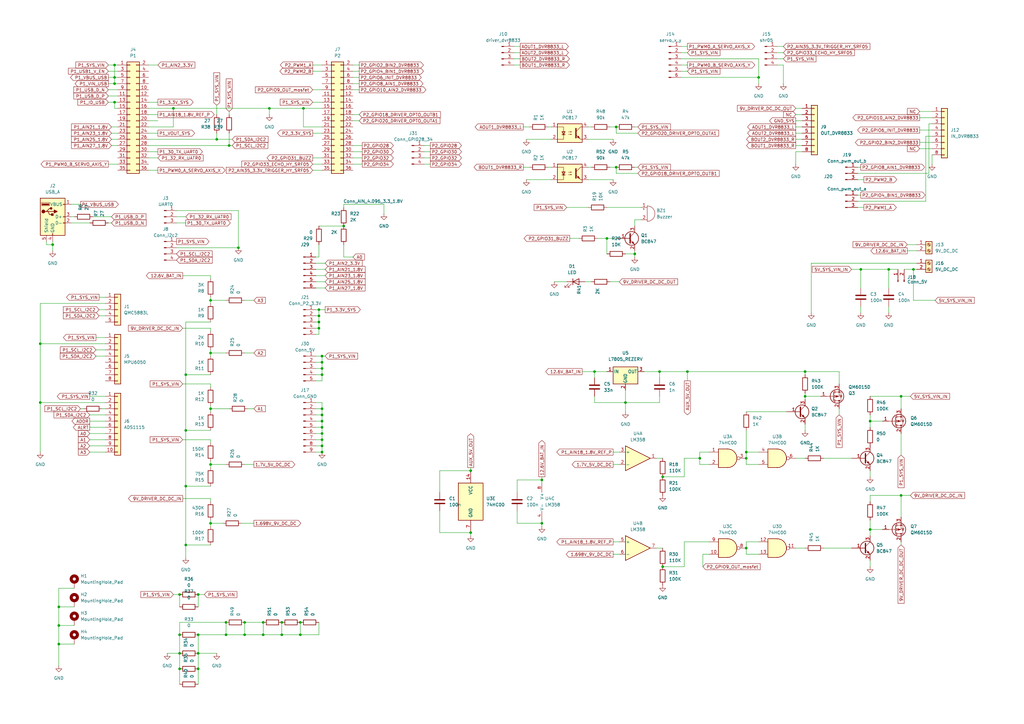
<source format=kicad_sch>
(kicad_sch (version 20211123) (generator eeschema)
  (paper "A3")
  (junction (at 369.57 203.2))
  (junction (at 86.36 214.63))
  (junction (at 271.78 232.41))
  (junction (at 46.99 34.29))
  (junction (at 132.08 153.67))
  (junction (at 287.02 187.96))
  (junction (at 243.84 152.4))
  (junction (at 252.73 68.58))
  (junction (at 93.98 59.69))
  (junction (at 311.15 31.75))
  (junction (at 73.66 267.97))
  (junction (at 132.08 148.59))
  (junction (at 46.99 26.67))
  (junction (at 281.94 152.4))
  (junction (at 110.49 44.45))
  (junction (at 271.78 195.58))
  (junction (at 306.07 224.79))
  (junction (at 270.51 152.4))
  (junction (at 100.33 260.35))
  (junction (at 92.71 255.27))
  (junction (at 132.08 170.18))
  (junction (at 81.28 243.84))
  (junction (at 24.13 248.92))
  (junction (at 356.87 172.72))
  (junction (at 256.54 165.1))
  (junction (at 16.51 140.97))
  (junction (at 73.66 274.32))
  (junction (at 193.04 193.04))
  (junction (at 306.07 185.42))
  (junction (at 76.2 176.53))
  (junction (at 86.36 123.19))
  (junction (at 107.95 255.27))
  (junction (at 81.28 274.32))
  (junction (at 222.25 214.63))
  (junction (at 46.99 31.75))
  (junction (at 193.04 218.44))
  (junction (at 88.9 57.15))
  (junction (at 132.08 167.64))
  (junction (at 81.28 267.97))
  (junction (at 252.73 52.07))
  (junction (at 86.36 144.78))
  (junction (at 356.87 217.17))
  (junction (at 248.92 97.79))
  (junction (at 132.08 175.26))
  (junction (at 132.08 180.34))
  (junction (at 124.46 44.45))
  (junction (at 330.2 152.4))
  (junction (at 132.08 185.42))
  (junction (at 73.66 260.35))
  (junction (at 81.28 260.35))
  (junction (at 222.25 196.85))
  (junction (at 24.13 256.54))
  (junction (at 130.81 129.54))
  (junction (at 130.81 132.08))
  (junction (at 132.08 177.8))
  (junction (at 86.36 167.64))
  (junction (at 73.66 243.84))
  (junction (at 24.13 264.16))
  (junction (at 76.2 223.52))
  (junction (at 132.08 172.72))
  (junction (at 132.08 182.88))
  (junction (at 115.57 255.27))
  (junction (at 132.08 151.13))
  (junction (at 140.97 92.71))
  (junction (at 130.81 134.62))
  (junction (at 364.49 110.49))
  (junction (at 71.12 44.45))
  (junction (at 46.99 41.91))
  (junction (at 123.19 255.27))
  (junction (at 130.81 127))
  (junction (at 306.07 187.96))
  (junction (at 21.59 100.33))
  (junction (at 374.65 110.49))
  (junction (at 92.71 260.35))
  (junction (at 132.08 146.05))
  (junction (at 330.2 162.56))
  (junction (at 353.06 110.49))
  (junction (at 107.95 260.35))
  (junction (at 123.19 260.35))
  (junction (at 76.2 153.67))
  (junction (at 16.51 165.1))
  (junction (at 86.36 190.5))
  (junction (at 76.2 199.39))
  (junction (at 369.57 162.56))
  (junction (at 260.35 104.14))
  (junction (at 97.79 101.6))
  (junction (at 115.57 260.35))
  (junction (at 100.33 255.27))
  (wire (pts (xy 76.2 176.53) (xy 76.2 199.39)))
  (wire (pts (xy 64.77 54.61) (xy 60.96 54.61)))
  (wire (pts (xy 76.2 132.08) (xy 86.36 132.08)))
  (wire (pts (xy 130.81 132.08) (xy 130.81 129.54)))
  (wire (pts (xy 86.36 121.92) (xy 86.36 123.19)))
  (wire (pts (xy 271.78 195.58) (xy 280.67 195.58)))
  (wire (pts (xy 372.11 102.87) (xy 375.92 102.87)))
  (wire (pts (xy 364.49 110.49) (xy 368.3 110.49)))
  (wire (pts (xy 130.81 127) (xy 129.54 127)))
  (wire (pts (xy 128.27 41.91) (xy 132.08 41.91)))
  (wire (pts (xy 222.25 213.36) (xy 222.25 214.63)))
  (wire (pts (xy 321.31 24.13) (xy 318.77 24.13)))
  (wire (pts (xy 129.54 170.18) (xy 132.08 170.18)))
  (wire (pts (xy 33.02 83.82) (xy 29.21 83.82)))
  (wire (pts (xy 222.25 214.63) (xy 222.25 215.9)))
  (wire (pts (xy 44.45 67.31) (xy 48.26 67.31)))
  (wire (pts (xy 132.08 172.72) (xy 132.08 175.26)))
  (wire (pts (xy 128.27 36.83) (xy 132.08 36.83)))
  (wire (pts (xy 227.33 115.57) (xy 232.41 115.57)))
  (wire (pts (xy 76.2 199.39) (xy 76.2 223.52)))
  (wire (pts (xy 73.66 260.35) (xy 73.66 267.97)))
  (wire (pts (xy 281.94 152.4) (xy 330.2 152.4)))
  (wire (pts (xy 180.34 209.55) (xy 180.34 218.44)))
  (wire (pts (xy 260.35 68.58) (xy 261.62 68.58)))
  (wire (pts (xy 86.36 214.63) (xy 86.36 215.9)))
  (wire (pts (xy 74.93 204.47) (xy 86.36 204.47)))
  (wire (pts (xy 356.87 232.41) (xy 356.87 229.87)))
  (wire (pts (xy 93.98 45.72) (xy 93.98 46.99)))
  (wire (pts (xy 39.37 146.05) (xy 43.18 146.05)))
  (wire (pts (xy 250.19 68.58) (xy 252.73 68.58)))
  (wire (pts (xy 86.36 190.5) (xy 92.71 190.5)))
  (wire (pts (xy 337.82 187.96) (xy 349.25 187.96)))
  (wire (pts (xy 326.39 57.15) (xy 328.93 57.15)))
  (wire (pts (xy 21.59 102.87) (xy 21.59 100.33)))
  (wire (pts (xy 287.02 185.42) (xy 287.02 187.96)))
  (wire (pts (xy 356.87 213.36) (xy 356.87 217.17)))
  (wire (pts (xy 256.54 160.02) (xy 256.54 165.1)))
  (wire (pts (xy 71.12 243.84) (xy 73.66 243.84)))
  (wire (pts (xy 46.99 44.45) (xy 48.26 44.45)))
  (wire (pts (xy 92.71 260.35) (xy 81.28 260.35)))
  (wire (pts (xy 36.83 177.8) (xy 43.18 177.8)))
  (wire (pts (xy 16.51 140.97) (xy 16.51 165.1)))
  (wire (pts (xy 326.39 52.07) (xy 328.93 52.07)))
  (wire (pts (xy 129.54 107.95) (xy 133.35 107.95)))
  (wire (pts (xy 68.58 267.97) (xy 73.66 267.97)))
  (wire (pts (xy 311.15 31.75) (xy 311.15 34.29)))
  (wire (pts (xy 377.19 45.72) (xy 382.27 45.72)))
  (wire (pts (xy 306.07 168.91) (xy 322.58 168.91)))
  (wire (pts (xy 130.81 137.16) (xy 130.81 134.62)))
  (wire (pts (xy 44.45 39.37) (xy 48.26 39.37)))
  (wire (pts (xy 261.62 71.12) (xy 252.73 71.12)))
  (wire (pts (xy 46.99 41.91) (xy 48.26 41.91)))
  (wire (pts (xy 321.31 26.67) (xy 318.77 26.67)))
  (wire (pts (xy 133.35 127) (xy 130.81 127)))
  (wire (pts (xy 214.63 52.07) (xy 217.17 52.07)))
  (wire (pts (xy 115.57 260.35) (xy 115.57 255.27)))
  (wire (pts (xy 140.97 100.33) (xy 140.97 105.41)))
  (wire (pts (xy 326.39 54.61) (xy 328.93 54.61)))
  (wire (pts (xy 212.09 209.55) (xy 212.09 214.63)))
  (wire (pts (xy 86.36 189.23) (xy 86.36 190.5)))
  (wire (pts (xy 16.51 165.1) (xy 16.51 185.42)))
  (wire (pts (xy 73.66 267.97) (xy 73.66 274.32)))
  (wire (pts (xy 101.6 167.64) (xy 104.14 167.64)))
  (wire (pts (xy 269.24 224.79) (xy 271.78 224.79)))
  (wire (pts (xy 321.31 19.05) (xy 318.77 19.05)))
  (wire (pts (xy 353.06 118.11) (xy 353.06 110.49)))
  (wire (pts (xy 24.13 256.54) (xy 24.13 264.16)))
  (wire (pts (xy 81.28 274.32) (xy 81.28 280.67)))
  (wire (pts (xy 356.87 203.2) (xy 356.87 205.74)))
  (wire (pts (xy 132.08 146.05) (xy 133.35 146.05)))
  (wire (pts (xy 287.02 187.96) (xy 287.02 190.5)))
  (wire (pts (xy 24.13 264.16) (xy 30.48 264.16)))
  (wire (pts (xy 33.02 167.64) (xy 34.29 167.64)))
  (wire (pts (xy 132.08 153.67) (xy 132.08 156.21)))
  (wire (pts (xy 19.05 99.06) (xy 19.05 100.33)))
  (wire (pts (xy 29.21 91.44) (xy 36.83 91.44)))
  (wire (pts (xy 353.06 110.49) (xy 364.49 110.49)))
  (wire (pts (xy 36.83 180.34) (xy 43.18 180.34)))
  (wire (pts (xy 24.13 256.54) (xy 30.48 256.54)))
  (wire (pts (xy 364.49 128.27) (xy 364.49 125.73)))
  (wire (pts (xy 144.78 64.77) (xy 148.59 64.77)))
  (wire (pts (xy 215.9 73.66) (xy 226.06 73.66)))
  (wire (pts (xy 64.77 49.53) (xy 60.96 49.53)))
  (wire (pts (xy 129.54 115.57) (xy 133.35 115.57)))
  (wire (pts (xy 88.9 43.18) (xy 88.9 46.99)))
  (wire (pts (xy 351.79 82.55) (xy 379.73 82.55)))
  (wire (pts (xy 241.3 68.58) (xy 242.57 68.58)))
  (wire (pts (xy 222.25 195.58) (xy 222.25 196.85)))
  (wire (pts (xy 40.64 121.92) (xy 43.18 121.92)))
  (wire (pts (xy 213.36 21.59) (xy 210.82 21.59)))
  (wire (pts (xy 241.3 52.07) (xy 242.57 52.07)))
  (wire (pts (xy 44.45 34.29) (xy 46.99 34.29)))
  (wire (pts (xy 60.96 41.91) (xy 64.77 41.91)))
  (wire (pts (xy 110.49 46.99) (xy 110.49 44.45)))
  (wire (pts (xy 354.33 73.66) (xy 351.79 73.66)))
  (wire (pts (xy 193.04 191.77) (xy 193.04 193.04)))
  (wire (pts (xy 88.9 54.61) (xy 88.9 57.15)))
  (wire (pts (xy 44.45 26.67) (xy 46.99 26.67)))
  (wire (pts (xy 76.2 223.52) (xy 86.36 223.52)))
  (wire (pts (xy 107.95 260.35) (xy 115.57 260.35)))
  (wire (pts (xy 30.48 241.3) (xy 24.13 241.3)))
  (wire (pts (xy 326.39 49.53) (xy 328.93 49.53)))
  (wire (pts (xy 280.67 187.96) (xy 287.02 187.96)))
  (wire (pts (xy 71.12 44.45) (xy 71.12 52.07)))
  (wire (pts (xy 86.36 181.61) (xy 86.36 180.34)))
  (wire (pts (xy 321.31 21.59) (xy 318.77 21.59)))
  (wire (pts (xy 124.46 44.45) (xy 124.46 52.07)))
  (wire (pts (xy 76.2 153.67) (xy 76.2 176.53)))
  (wire (pts (xy 213.36 26.67) (xy 210.82 26.67)))
  (wire (pts (xy 129.54 167.64) (xy 132.08 167.64)))
  (wire (pts (xy 129.54 146.05) (xy 132.08 146.05)))
  (wire (pts (xy 290.83 227.33) (xy 288.29 227.33)))
  (wire (pts (xy 330.2 162.56) (xy 330.2 163.83)))
  (wire (pts (xy 132.08 146.05) (xy 132.08 148.59)))
  (wire (pts (xy 73.66 274.32) (xy 73.66 280.67)))
  (wire (pts (xy 213.36 24.13) (xy 210.82 24.13)))
  (wire (pts (xy 240.03 115.57) (xy 242.57 115.57)))
  (wire (pts (xy 40.64 129.54) (xy 43.18 129.54)))
  (wire (pts (xy 353.06 68.58) (xy 351.79 68.58)))
  (wire (pts (xy 36.83 172.72) (xy 43.18 172.72)))
  (wire (pts (xy 129.54 118.11) (xy 133.35 118.11)))
  (wire (pts (xy 369.57 203.2) (xy 373.38 203.2)))
  (wire (pts (xy 36.83 185.42) (xy 43.18 185.42)))
  (wire (pts (xy 130.81 134.62) (xy 130.81 132.08)))
  (wire (pts (xy 287.02 190.5) (xy 290.83 190.5)))
  (wire (pts (xy 128.27 67.31) (xy 132.08 67.31)))
  (wire (pts (xy 377.19 60.96) (xy 382.27 60.96)))
  (wire (pts (xy 24.13 264.16) (xy 24.13 273.05)))
  (wire (pts (xy 144.78 59.69) (xy 148.59 59.69)))
  (wire (pts (xy 76.2 91.44) (xy 72.39 91.44)))
  (wire (pts (xy 81.28 243.84) (xy 83.82 243.84)))
  (wire (pts (xy 250.19 52.07) (xy 252.73 52.07)))
  (wire (pts (xy 180.34 193.04) (xy 193.04 193.04)))
  (wire (pts (xy 76.2 228.6) (xy 76.2 223.52)))
  (wire (pts (xy 344.17 170.18) (xy 344.17 167.64)))
  (wire (pts (xy 86.36 205.74) (xy 86.36 204.47)))
  (wire (pts (xy 243.84 165.1) (xy 243.84 162.56)))
  (wire (pts (xy 86.36 123.19) (xy 86.36 124.46)))
  (wire (pts (xy 97.79 86.36) (xy 97.79 101.6)))
  (wire (pts (xy 344.17 152.4) (xy 344.17 157.48)))
  (wire (pts (xy 212.09 196.85) (xy 222.25 196.85)))
  (wire (pts (xy 269.24 187.96) (xy 271.78 187.96)))
  (wire (pts (xy 213.36 19.05) (xy 210.82 19.05)))
  (wire (pts (xy 180.34 193.04) (xy 180.34 201.93)))
  (wire (pts (xy 306.07 224.79) (xy 306.07 227.33)))
  (wire (pts (xy 270.51 152.4) (xy 281.94 152.4)))
  (wire (pts (xy 337.82 224.79) (xy 349.25 224.79)))
  (wire (pts (xy 44.45 31.75) (xy 46.99 31.75)))
  (wire (pts (xy 377.19 48.26) (xy 382.27 48.26)))
  (wire (pts (xy 130.81 260.35) (xy 130.81 255.27)))
  (wire (pts (xy 248.92 85.09) (xy 262.89 85.09)))
  (wire (pts (xy 306.07 187.96) (xy 306.07 190.5)))
  (wire (pts (xy 369.57 186.69) (xy 369.57 177.8)))
  (wire (pts (xy 38.1 88.9) (xy 45.72 88.9)))
  (wire (pts (xy 36.83 170.18) (xy 43.18 170.18)))
  (wire (pts (xy 100.33 260.35) (xy 107.95 260.35)))
  (wire (pts (xy 147.32 34.29) (xy 144.78 34.29)))
  (wire (pts (xy 86.36 143.51) (xy 86.36 144.78)))
  (wire (pts (xy 100.33 144.78) (xy 104.14 144.78)))
  (wire (pts (xy 16.51 140.97) (xy 43.18 140.97)))
  (wire (pts (xy 60.96 52.07) (xy 71.12 52.07)))
  (wire (pts (xy 351.79 71.12) (xy 381 71.12)))
  (wire (pts (xy 233.68 97.79) (xy 237.49 97.79)))
  (wire (pts (xy 222.25 196.85) (xy 222.25 198.12)))
  (wire (pts (xy 251.46 222.25) (xy 254 222.25)))
  (wire (pts (xy 332.74 107.95) (xy 375.92 107.95)))
  (wire (pts (xy 326.39 46.99) (xy 328.93 46.99)))
  (wire (pts (xy 374.65 123.19) (xy 383.54 123.19)))
  (wire (pts (xy 44.45 36.83) (xy 48.26 36.83)))
  (wire (pts (xy 144.78 62.23) (xy 148.59 62.23)))
  (wire (pts (xy 132.08 170.18) (xy 132.08 172.72)))
  (wire (pts (xy 44.45 91.44) (xy 45.72 91.44)))
  (wire (pts (xy 369.57 162.56) (xy 373.38 162.56)))
  (wire (pts (xy 306.07 227.33) (xy 311.15 227.33)))
  (wire (pts (xy 128.27 64.77) (xy 132.08 64.77)))
  (wire (pts (xy 377.19 53.34) (xy 382.27 53.34)))
  (wire (pts (xy 129.54 180.34) (xy 132.08 180.34)))
  (wire (pts (xy 100.33 255.27) (xy 107.95 255.27)))
  (wire (pts (xy 288.29 227.33) (xy 288.29 232.41)))
  (wire (pts (xy 241.3 57.15) (xy 251.46 57.15)))
  (wire (pts (xy 128.27 54.61) (xy 132.08 54.61)))
  (wire (pts (xy 370.84 110.49) (xy 374.65 110.49)))
  (wire (pts (xy 88.9 57.15) (xy 95.25 57.15)))
  (wire (pts (xy 306.07 185.42) (xy 306.07 187.96)))
  (wire (pts (xy 252.73 52.07) (xy 252.73 54.61)))
  (wire (pts (xy 281.94 21.59) (xy 279.4 21.59)))
  (wire (pts (xy 224.79 52.07) (xy 226.06 52.07)))
  (wire (pts (xy 326.39 62.23) (xy 328.93 62.23)))
  (wire (pts (xy 252.73 54.61) (xy 261.62 54.61)))
  (wire (pts (xy 243.84 152.4) (xy 248.92 152.4)))
  (wire (pts (xy 73.66 255.27) (xy 92.71 255.27)))
  (wire (pts (xy 147.32 46.99) (xy 144.78 46.99)))
  (wire (pts (xy 381 50.8) (xy 381 71.12)))
  (wire (pts (xy 264.16 152.4) (xy 270.51 152.4)))
  (wire (pts (xy 64.77 64.77) (xy 60.96 64.77)))
  (wire (pts (xy 93.98 59.69) (xy 95.25 59.69)))
  (wire (pts (xy 140.97 83.82) (xy 140.97 85.09)))
  (wire (pts (xy 279.4 31.75) (xy 311.15 31.75)))
  (wire (pts (xy 260.35 92.71) (xy 260.35 90.17)))
  (wire (pts (xy 81.28 260.35) (xy 81.28 267.97)))
  (wire (pts (xy 60.96 44.45) (xy 71.12 44.45)))
  (wire (pts (xy 374.65 110.49) (xy 375.92 110.49)))
  (wire (pts (xy 86.36 123.19) (xy 92.71 123.19)))
  (wire (pts (xy 270.51 165.1) (xy 270.51 162.56)))
  (wire (pts (xy 356.87 195.58) (xy 356.87 193.04)))
  (wire (pts (xy 81.28 267.97) (xy 88.9 267.97)))
  (wire (pts (xy 110.49 44.45) (xy 124.46 44.45)))
  (wire (pts (xy 86.36 114.3) (xy 86.36 113.03)))
  (wire (pts (xy 46.99 41.91) (xy 46.99 44.45)))
  (wire (pts (xy 71.12 44.45) (xy 110.49 44.45)))
  (wire (pts (xy 279.4 24.13) (xy 311.15 24.13)))
  (wire (pts (xy 364.49 118.11) (xy 364.49 110.49)))
  (wire (pts (xy 39.37 138.43) (xy 43.18 138.43)))
  (wire (pts (xy 124.46 52.07) (xy 132.08 52.07)))
  (wire (pts (xy 306.07 222.25) (xy 311.15 222.25)))
  (wire (pts (xy 129.54 175.26) (xy 132.08 175.26)))
  (wire (pts (xy 60.96 59.69) (xy 93.98 59.69)))
  (wire (pts (xy 129.54 153.67) (xy 132.08 153.67)))
  (wire (pts (xy 369.57 212.09) (xy 369.57 203.2)))
  (wire (pts (xy 356.87 217.17) (xy 356.87 219.71)))
  (wire (pts (xy 73.66 255.27) (xy 73.66 260.35)))
  (wire (pts (xy 45.72 54.61) (xy 48.26 54.61)))
  (wire (pts (xy 128.27 69.85) (xy 132.08 69.85)))
  (wire (pts (xy 60.96 46.99) (xy 64.77 46.99)))
  (wire (pts (xy 132.08 185.42) (xy 129.54 185.42)))
  (wire (pts (xy 147.32 29.21) (xy 144.78 29.21)))
  (wire (pts (xy 24.13 248.92) (xy 24.13 256.54)))
  (wire (pts (xy 147.32 26.67) (xy 144.78 26.67)))
  (wire (pts (xy 157.48 83.82) (xy 157.48 87.63)))
  (wire (pts (xy 93.98 54.61) (xy 93.98 59.69)))
  (wire (pts (xy 251.46 190.5) (xy 254 190.5)))
  (wire (pts (xy 248.92 97.79) (xy 248.92 104.14)))
  (wire (pts (xy 356.87 162.56) (xy 369.57 162.56)))
  (wire (pts (xy 129.54 129.54) (xy 130.81 129.54)))
  (wire (pts (xy 326.39 44.45) (xy 328.93 44.45)))
  (wire (pts (xy 16.51 124.46) (xy 43.18 124.46)))
  (wire (pts (xy 76.2 132.08) (xy 76.2 153.67)))
  (wire (pts (xy 73.66 243.84) (xy 73.66 248.92)))
  (wire (pts (xy 24.13 248.92) (xy 30.48 248.92)))
  (wire (pts (xy 212.09 196.85) (xy 212.09 201.93)))
  (wire (pts (xy 214.63 68.58) (xy 217.17 68.58)))
  (wire (pts (xy 36.83 162.56) (xy 43.18 162.56)))
  (wire (pts (xy 86.36 144.78) (xy 86.36 146.05)))
  (wire (pts (xy 45.72 59.69) (xy 48.26 59.69)))
  (wire (pts (xy 115.57 260.35) (xy 123.19 260.35)))
  (wire (pts (xy 369.57 162.56) (xy 369.57 167.64)))
  (wire (pts (xy 245.11 97.79) (xy 248.92 97.79)))
  (wire (pts (xy 250.19 115.57) (xy 254 115.57)))
  (wire (pts (xy 330.2 152.4) (xy 344.17 152.4)))
  (wire (pts (xy 321.31 26.67) (xy 321.31 34.29)))
  (wire (pts (xy 86.36 144.78) (xy 92.71 144.78)))
  (wire (pts (xy 129.54 134.62) (xy 130.81 134.62)))
  (wire (pts (xy 45.72 57.15) (xy 48.26 57.15)))
  (wire (pts (xy 224.79 68.58) (xy 226.06 68.58)))
  (wire (pts (xy 72.39 101.6) (xy 97.79 101.6)))
  (wire (pts (xy 379.73 55.88) (xy 379.73 82.55)))
  (wire (pts (xy 86.36 213.36) (xy 86.36 214.63)))
  (wire (pts (xy 330.2 152.4) (xy 330.2 153.67)))
  (wire (pts (xy 129.54 132.08) (xy 130.81 132.08)))
  (wire (pts (xy 260.35 90.17) (xy 262.89 90.17)))
  (wire (pts (xy 100.33 123.19) (xy 104.14 123.19)))
  (wire (pts (xy 124.46 44.45) (xy 132.08 44.45)))
  (wire (pts (xy 86.36 135.89) (xy 86.36 134.62)))
  (wire (pts (xy 132.08 167.64) (xy 132.08 170.18)))
  (wire (pts (xy 281.94 19.05) (xy 279.4 19.05)))
  (wire (pts (xy 46.99 31.75) (xy 46.99 34.29)))
  (wire (pts (xy 176.53 67.31) (xy 173.99 67.31)))
  (wire (pts (xy 256.54 165.1) (xy 270.51 165.1)))
  (wire (pts (xy 132.08 165.1) (xy 132.08 167.64)))
  (wire (pts (xy 76.2 199.39) (xy 86.36 199.39)))
  (wire (pts (xy 128.27 29.21) (xy 132.08 29.21)))
  (wire (pts (xy 243.84 154.94) (xy 243.84 152.4)))
  (wire (pts (xy 248.92 97.79) (xy 252.73 97.79)))
  (wire (pts (xy 180.34 218.44) (xy 193.04 218.44)))
  (wire (pts (xy 260.35 104.14) (xy 260.35 105.41)))
  (wire (pts (xy 369.57 223.52) (xy 369.57 222.25)))
  (wire (pts (xy 86.36 167.64) (xy 93.98 167.64)))
  (wire (pts (xy 76.2 176.53) (xy 86.36 176.53)))
  (wire (pts (xy 132.08 165.1) (xy 129.54 165.1)))
  (wire (pts (xy 36.83 182.88) (xy 43.18 182.88)))
  (wire (pts (xy 86.36 167.64) (xy 86.36 168.91)))
  (wire (pts (xy 19.05 100.33) (xy 21.59 100.33)))
  (wire (pts (xy 193.04 218.44) (xy 193.04 219.71)))
  (wire (pts (xy 147.32 49.53) (xy 144.78 49.53)))
  (wire (pts (xy 132.08 175.26) (xy 132.08 177.8)))
  (wire (pts (xy 306.07 190.5) (xy 311.15 190.5)))
  (wire (pts (xy 215.9 57.15) (xy 226.06 57.15)))
  (wire (pts (xy 176.53 59.69) (xy 173.99 59.69)))
  (wire (pts (xy 311.15 24.13) (xy 311.15 31.75)))
  (wire (pts (xy 132.08 148.59) (xy 132.08 151.13)))
  (wire (pts (xy 281.94 26.67) (xy 279.4 26.67)))
  (wire (pts (xy 281.94 29.21) (xy 279.4 29.21)))
  (wire (pts (xy 356.87 172.72) (xy 356.87 175.26)))
  (wire (pts (xy 41.91 167.64) (xy 43.18 167.64)))
  (wire (pts (xy 74.93 134.62) (xy 86.36 134.62)))
  (wire (pts (xy 129.54 182.88) (xy 132.08 182.88)))
  (wire (pts (xy 176.53 62.23) (xy 173.99 62.23)))
  (wire (pts (xy 129.54 105.41) (xy 130.81 105.41)))
  (wire (pts (xy 379.73 55.88) (xy 382.27 55.88)))
  (wire (pts (xy 92.71 255.27) (xy 92.71 260.35)))
  (wire (pts (xy 81.28 267.97) (xy 81.28 274.32)))
  (wire (pts (xy 46.99 34.29) (xy 48.26 34.29)))
  (wire (pts (xy 129.54 156.21) (xy 132.08 156.21)))
  (wire (pts (xy 74.93 113.03) (xy 86.36 113.03)))
  (wire (pts (xy 374.65 110.49) (xy 374.65 123.19)))
  (wire (pts (xy 356.87 170.18) (xy 356.87 172.72)))
  (wire (pts (xy 129.54 148.59) (xy 132.08 148.59)))
  (wire (pts (xy 260.35 52.07) (xy 261.62 52.07)))
  (wire (pts (xy 92.71 260.35) (xy 100.33 260.35)))
  (wire (pts (xy 140.97 83.82) (xy 157.48 83.82)))
  (wire (pts (xy 74.93 157.48) (xy 86.36 157.48)))
  (wire (pts (xy 256.54 104.14) (xy 260.35 104.14)))
  (wire (pts (xy 40.64 127) (xy 43.18 127)))
  (wire (pts (xy 326.39 224.79) (xy 330.2 224.79)))
  (wire (pts (xy 123.19 260.35) (xy 123.19 255.27)))
  (wire (pts (xy 46.99 26.67) (xy 48.26 26.67)))
  (wire (pts (xy 306.07 176.53) (xy 306.07 185.42)))
  (wire (pts (xy 130.81 92.71) (xy 140.97 92.71)))
  (wire (pts (xy 129.54 172.72) (xy 132.08 172.72)))
  (wire (pts (xy 251.46 227.33) (xy 254 227.33)))
  (wire (pts (xy 86.36 166.37) (xy 86.36 167.64)))
  (wire (pts (xy 306.07 224.79) (xy 306.07 222.25)))
  (wire (pts (xy 176.53 64.77) (xy 173.99 64.77)))
  (wire (pts (xy 44.45 29.21) (xy 48.26 29.21)))
  (wire (pts (xy 132.08 180.34) (xy 132.08 182.88)))
  (wire (pts (xy 123.19 260.35) (xy 130.81 260.35)))
  (wire (pts (xy 271.78 232.41) (xy 280.67 232.41)))
  (wire (pts (xy 260.35 102.87) (xy 260.35 104.14)))
  (wire (pts (xy 382.27 63.5) (xy 382.27 67.31)))
  (wire (pts (xy 353.06 128.27) (xy 353.06 125.73)))
  (wire (pts (xy 129.54 110.49) (xy 133.35 110.49)))
  (wire (pts (xy 356.87 203.2) (xy 369.57 203.2)))
  (wire (pts (xy 128.27 26.67) (xy 132.08 26.67)))
  (wire (pts (xy 132.08 151.13) (xy 132.08 153.67)))
  (wire (pts (xy 256.54 165.1) (xy 243.84 165.1)))
  (wire (pts (xy 86.36 153.67) (xy 76.2 153.67)))
  (wire (pts (xy 45.72 52.07) (xy 48.26 52.07)))
  (wire (pts (xy 64.77 62.23) (xy 60.96 62.23)))
  (wire (pts (xy 44.45 41.91) (xy 46.99 41.91)))
  (wire (pts (xy 46.99 26.67) (xy 46.99 31.75)))
  (wire (pts (xy 132.08 182.88) (xy 132.08 185.42)))
  (wire (pts (xy 381 50.8) (xy 382.27 50.8)))
  (wire (pts (xy 100.33 190.5) (xy 104.14 190.5)))
  (wire (pts (xy 349.25 110.49) (xy 353.06 110.49)))
  (wire (pts (xy 46.99 31.75) (xy 48.26 31.75)))
  (wire (pts (xy 252.73 71.12) (xy 252.73 68.58)))
  (wire (pts (xy 280.67 195.58) (xy 280.67 187.96)))
  (wire (pts (xy 129.54 151.13) (xy 132.08 151.13)))
  (wire (pts (xy 238.76 152.4) (xy 243.84 152.4)))
  (wire (pts (xy 241.3 73.66) (xy 251.46 73.66)))
  (wire (pts (xy 326.39 59.69) (xy 328.93 59.69)))
  (wire (pts (xy 326.39 187.96) (xy 330.2 187.96)))
  (wire (pts (xy 107.95 260.35) (xy 107.95 255.27)))
  (wire (pts (xy 86.36 214.63) (xy 91.44 214.63)))
  (wire (pts (xy 81.28 243.84) (xy 81.28 248.92)))
  (wire (pts (xy 353.06 80.01) (xy 351.79 80.01)))
  (wire (pts (xy 144.78 105.41) (xy 140.97 105.41)))
  (wire (pts (xy 232.41 85.09) (xy 241.3 85.09)))
  (wire (pts (xy 147.32 31.75) (xy 144.78 31.75)))
  (wire (pts (xy 86.36 158.75) (xy 86.36 157.48)))
  (wire (pts (xy 16.51 124.46) (xy 16.51 140.97)))
  (wire (pts (xy 356.87 217.17) (xy 361.95 217.17)))
  (wire (pts (xy 377.19 58.42) (xy 382.27 58.42)))
  (wire (pts (xy 270.51 154.94) (xy 270.51 152.4)))
  (wire (pts (xy 281.94 152.4) (xy 281.94 156.21)))
  (wire (pts (xy 16.51 165.1) (xy 43.18 165.1)))
  (wire (pts (xy 129.54 177.8) (xy 132.08 177.8)))
  (wire (pts (xy 306.07 185.42) (xy 311.15 185.42)))
  (wire (pts (xy 280.67 222.25) (xy 280.67 232.41)))
  (wire (pts (xy 332.74 107.95) (xy 332.74 128.27)))
  (wire (pts (xy 130.81 129.54) (xy 130.81 127)))
  (wire (pts (xy 76.2 88.9) (xy 72.39 88.9)))
  (wire (pts (xy 100.33 260.35) (xy 100.33 255.27)))
  (wire (pts (xy 60.96 69.85) (xy 64.77 69.85)))
  (wire (pts (xy 130.81 100.33) (xy 130.81 105.41)))
  (wire (pts (xy 39.37 143.51) (xy 43.18 143.51)))
  (wire (pts (xy 372.11 100.33) (xy 375.92 100.33)))
  (wire (pts (xy 361.95 172.72) (xy 356.87 172.72)))
  (wire (pts (xy 354.33 85.09) (xy 351.79 85.09)))
  (wire (pts (xy 280.67 222.25) (xy 290.83 222.25)))
  (wire (pts (xy 326.39 62.23) (xy 326.39 67.31)))
  (wire (pts (xy 330.2 161.29) (xy 330.2 162.56)))
  (wire (pts (xy 36.83 175.26) (xy 43.18 175.26)))
  (wire (pts (xy 60.96 57.15) (xy 88.9 57.15)))
  (wire (pts (xy 144.78 67.31) (xy 148.59 67.31)))
  (wire (pts (xy 336.55 162.56) (xy 330.2 162.56)))
  (wire (pts (xy 129.54 137.16) (xy 130.81 137.16)))
  (wire (pts (xy 147.32 36.83) (xy 144.78 36.83)))
  (wire (pts (xy 72.39 86.36) (xy 97.79 86.36)))
  (wire (pts (xy 330.2 176.53) (xy 330.2 173.99)))
  (wire (pts (xy 64.77 26.67) (xy 60.96 26.67)))
  (wire (pts (xy 74.93 180.34) (xy 86.36 180.34)))
  (wire (pts (xy 251.46 185.42) (xy 254 185.42)))
  (wire (pts (xy 24.13 241.3) (xy 24.13 248.92)))
  (wire (pts (xy 29.21 88.9) (xy 30.48 88.9)))
  (wire (pts (xy 287.02 185.42) (xy 290.83 185.42)))
  (wire (pts (xy 86.36 190.5) (xy 86.36 191.77)))
  (wire (pts (xy 21.59 100.33) (xy 21.59 99.06)))
  (wire (pts (xy 99.06 214.63) (xy 104.14 214.63)))
  (wire (pts (xy 132.08 177.8) (xy 132.08 180.34)))
  (wire (pts (xy 129.54 113.03) (xy 133.35 113.03)))
  (wire (pts (xy 256.54 165.1) (xy 256.54 168.91)))
  (wire (pts (xy 212.09 214.63) (xy 222.25 214.63)))
  (global_label "P1_SYS_VIN" (shape input) (at 88.9 43.18 90) (property "Intersheet References" "${INTERSHEET_REFS}" (effects hide)))
  (global_label "P1_SDA_I2C2" (shape input) (at 72.39 106.68 0) (property "Intersheet References" "${INTERSHEET_REFS}" (effects hide)))
  (global_label "BOUT2_DVR8833_R" (shape output) (at 213.36 24.13 0) (property "Intersheet References" "${INTERSHEET_REFS}" (effects hide)))
  (global_label "P2_GPIO10_AIN2_DVR8833" (shape output) (at 147.32 36.83 0) (property "Intersheet References" "${INTERSHEET_REFS}" (effects hide)))
  (global_label "5V_SYS_VIN_IN" (shape input) (at 373.38 162.56 0) (property "Intersheet References" "${INTERSHEET_REFS}" (effects hide)))
  (global_label "P2_GPIO31_BUZZ" (shape output) (at 233.68 97.79 180) (property "Intersheet References" "${INTERSHEET_REFS}" (effects hide)))
  (global_label "P1_SYS_VIN" (shape input) (at 261.62 52.07 0) (property "Intersheet References" "${INTERSHEET_REFS}" (effects hide)))
  (global_label "P1_SYS_VIN" (shape input) (at 133.35 146.05 0) (property "Intersheet References" "${INTERSHEET_REFS}" (effects hide)))
  (global_label "P2_GPIO9_OUT_mosfet" (shape input) (at 288.29 232.41 0) (property "Intersheet References" "${INTERSHEET_REFS}" (effects hide)))
  (global_label "P2_GPIO4_BIN1_DVR8833" (shape output) (at 147.32 29.21 0) (property "Intersheet References" "${INTERSHEET_REFS}" (effects hide)))
  (global_label "P1_USB_D_N" (shape input) (at 45.72 91.44 0) (property "Intersheet References" "${INTERSHEET_REFS}" (effects hide)))
  (global_label "A2" (shape input) (at 104.14 144.78 0) (property "Intersheet References" "${INTERSHEET_REFS}" (effects hide)))
  (global_label "P1_SDA_I2C2" (shape input) (at 36.83 170.18 180) (property "Intersheet References" "${INTERSHEET_REFS}" (effects hide)))
  (global_label "P1_AIN21_1.8V" (shape input) (at 133.35 110.49 0) (property "Intersheet References" "${INTERSHEET_REFS}" (effects hide)))
  (global_label "P1_30_TX_UART0" (shape output) (at 64.77 62.23 0) (property "Intersheet References" "${INTERSHEET_REFS}" (effects hide)))
  (global_label "P1_SYS_VIN" (shape input) (at 74.93 157.48 180) (property "Intersheet References" "${INTERSHEET_REFS}" (effects hide)))
  (global_label "9V_DRIVER_DC_DC_OUT" (shape input) (at 369.57 223.52 270) (property "Intersheet References" "${INTERSHEET_REFS}" (effects hide)))
  (global_label "AOUT1_DVR8833_L" (shape output) (at 326.39 52.07 180) (property "Intersheet References" "${INTERSHEET_REFS}" (effects hide)))
  (global_label "1.698V_9V_DC_DC" (shape output) (at 251.46 227.33 180) (property "Intersheet References" "${INTERSHEET_REFS}" (effects hide)))
  (global_label "P1_AIN2_3.3V" (shape input) (at 133.35 107.95 0) (property "Intersheet References" "${INTERSHEET_REFS}" (effects hide)))
  (global_label "P1_AIN18_1.8V_REF_P" (shape output) (at 251.46 185.42 180) (property "Intersheet References" "${INTERSHEET_REFS}" (effects hide)))
  (global_label "A0" (shape input) (at 144.78 105.41 0) (property "Intersheet References" "${INTERSHEET_REFS}" (effects hide)))
  (global_label "P1_PWM0_A_SERVO_AXIS_X" (shape output) (at 64.77 69.85 0) (property "Intersheet References" "${INTERSHEET_REFS}" (effects hide)))
  (global_label "P1_3.3V_SYS" (shape output) (at 133.35 127 0) (property "Intersheet References" "${INTERSHEET_REFS}" (effects hide)))
  (global_label "BOUT1_DVR8833_R" (shape output) (at 213.36 26.67 0) (property "Intersheet References" "${INTERSHEET_REFS}" (effects hide)))
  (global_label "P1_SYS_VIN" (shape input) (at 369.57 186.69 270) (property "Intersheet References" "${INTERSHEET_REFS}" (effects hide)))
  (global_label "P2_GPIO33_ECHO_HY_SRF05" (shape input) (at 128.27 67.31 180) (property "Intersheet References" "${INTERSHEET_REFS}" (effects hide)))
  (global_label "P1_VIN_USB" (shape output) (at 44.45 34.29 180) (property "Intersheet References" "${INTERSHEET_REFS}" (effects hide)))
  (global_label "1.698V_9V_DC_DC" (shape output) (at 104.14 214.63 0) (property "Intersheet References" "${INTERSHEET_REFS}" (effects hide)))
  (global_label "P1_USB_D_N" (shape input) (at 44.45 36.83 180) (property "Intersheet References" "${INTERSHEET_REFS}" (effects hide)))
  (global_label "1.7V_5V_DC_DC" (shape output) (at 251.46 190.5 180) (property "Intersheet References" "${INTERSHEET_REFS}" (effects hide)))
  (global_label "P2_GPIO20_DRIVER_OPTO_OUTA1" (shape input) (at 261.62 54.61 0) (property "Intersheet References" "${INTERSHEET_REFS}" (effects hide)))
  (global_label "P1_PWM0_A_SERVO_AXIS_X" (shape output) (at 281.94 19.05 0) (property "Intersheet References" "${INTERSHEET_REFS}" (effects hide)))
  (global_label "A3" (shape input) (at 36.83 185.42 180) (property "Intersheet References" "${INTERSHEET_REFS}" (effects hide)))
  (global_label "12.6V_BAT_IN" (shape output) (at 238.76 152.4 180) (property "Intersheet References" "${INTERSHEET_REFS}" (effects hide)))
  (global_label "P1_SCL_I2C2" (shape input) (at 39.37 143.51 180) (property "Intersheet References" "${INTERSHEET_REFS}" (effects hide)))
  (global_label "9V_DRIVER_DC_DC_IN" (shape input) (at 74.93 134.62 180) (property "Intersheet References" "${INTERSHEET_REFS}" (effects hide)))
  (global_label "P1_SYS_VIN" (shape input) (at 281.94 29.21 0) (property "Intersheet References" "${INTERSHEET_REFS}" (effects hide)))
  (global_label "1.7V_5V_DC_DC" (shape output) (at 104.14 190.5 0) (property "Intersheet References" "${INTERSHEET_REFS}" (effects hide)))
  (global_label "NC" (shape input) (at 326.39 46.99 180) (property "Intersheet References" "${INTERSHEET_REFS}" (effects hide)))
  (global_label "P1_32_RX_UATR0" (shape input) (at 76.2 88.9 0) (property "Intersheet References" "${INTERSHEET_REFS}" (effects hide)))
  (global_label "P1_SYS_VIN" (shape input) (at 71.12 243.84 180) (property "Intersheet References" "${INTERSHEET_REFS}" (effects hide)))
  (global_label "P1_AIN27_1.8V" (shape input) (at 45.72 59.69 180) (property "Intersheet References" "${INTERSHEET_REFS}" (effects hide)))
  (global_label "P2_GPIO28" (shape output) (at 148.59 59.69 0) (property "Intersheet References" "${INTERSHEET_REFS}" (effects hide)))
  (global_label "P2_GPIO18_DRIVER_OPTO_OUTB1" (shape input) (at 147.32 46.99 0) (property "Intersheet References" "${INTERSHEET_REFS}" (effects hide)))
  (global_label "P1_SCL_I2C2" (shape input) (at 33.02 167.64 180) (property "Intersheet References" "${INTERSHEET_REFS}" (effects hide)))
  (global_label "P2_PWM1_A" (shape output) (at 354.33 85.09 0) (property "Intersheet References" "${INTERSHEET_REFS}" (effects hide)))
  (global_label "9V_DRIVER_DC_DC_OUT" (shape input) (at 326.39 44.45 180) (property "Intersheet References" "${INTERSHEET_REFS}" (effects hide)))
  (global_label "P2_3.3V_SYS" (shape output) (at 128.27 54.61 180) (property "Intersheet References" "${INTERSHEET_REFS}" (effects hide)))
  (global_label "A2" (shape input) (at 36.83 182.88 180) (property "Intersheet References" "${INTERSHEET_REFS}" (effects hide)))
  (global_label "P1_AIN27_1.8V" (shape input) (at 133.35 118.11 0) (property "Intersheet References" "${INTERSHEET_REFS}" (effects hide)))
  (global_label "P2_GPIO8_AIN1_DVR8833" (shape output) (at 353.06 68.58 0) (property "Intersheet References" "${INTERSHEET_REFS}" (effects hide)))
  (global_label "P2_GPIO2_BIN2_DVR8833" (shape output) (at 147.32 26.67 0) (property "Intersheet References" "${INTERSHEET_REFS}" (effects hide)))
  (global_label "AOUT2_DVR8833_L" (shape output) (at 326.39 54.61 180) (property "Intersheet References" "${INTERSHEET_REFS}" (effects hide)))
  (global_label "P1_VBUS_USB" (shape output) (at 33.02 83.82 0) (property "Intersheet References" "${INTERSHEET_REFS}" (effects hide)))
  (global_label "A1" (shape input) (at 36.83 180.34 180) (property "Intersheet References" "${INTERSHEET_REFS}" (effects hide)))
  (global_label "P1_AIN25_1.8V" (shape input) (at 45.72 57.15 180) (property "Intersheet References" "${INTERSHEET_REFS}" (effects hide)))
  (global_label "P1_SYS_VIN" (shape input) (at 93.98 45.72 90) (property "Intersheet References" "${INTERSHEET_REFS}" (effects hide)))
  (global_label "P1_SYS_VIN" (shape input) (at 281.94 21.59 0) (property "Intersheet References" "${INTERSHEET_REFS}" (effects hide)))
  (global_label "P1_SYS_VIN" (shape output) (at 40.64 121.92 180) (property "Intersheet References" "${INTERSHEET_REFS}" (effects hide)))
  (global_label "P2_GPIO2_BIN2_DVR8833" (shape output) (at 377.19 58.42 180) (property "Intersheet References" "${INTERSHEET_REFS}" (effects hide)))
  (global_label "BOUT2_DVR8833_R" (shape output) (at 326.39 57.15 180) (property "Intersheet References" "${INTERSHEET_REFS}" (effects hide)))
  (global_label "GND_SYS" (shape output) (at 326.39 49.53 180) (property "Intersheet References" "${INTERSHEET_REFS}" (effects hide)))
  (global_label "P2_GPIO18_DRIVER_OPTO_OUTB1" (shape input) (at 261.62 71.12 0) (property "Intersheet References" "${INTERSHEET_REFS}" (effects hide)))
  (global_label "P1_30_TX_UART0" (shape output) (at 76.2 91.44 0) (property "Intersheet References" "${INTERSHEET_REFS}" (effects hide)))
  (global_label "P1_SYS_VIN" (shape input) (at 74.93 180.34 180) (property "Intersheet References" "${INTERSHEET_REFS}" (effects hide)))
  (global_label "P1_SYS_VIN" (shape input) (at 83.82 243.84 0) (property "Intersheet References" "${INTERSHEET_REFS}" (effects hide)))
  (global_label "P1_3.3V_SYS" (shape output) (at 64.77 41.91 0) (property "Intersheet References" "${INTERSHEET_REFS}" (effects hide)))
  (global_label "9V_DRIVER_DC_DC_OUT" (shape input) (at 254 115.57 0) (property "Intersheet References" "${INTERSHEET_REFS}" (effects hide)))
  (global_label "P2_PWM1_A" (shape output) (at 128.27 26.67 180) (property "Intersheet References" "${INTERSHEET_REFS}" (effects hide)))
  (global_label "5V_SYS_VIN_IN" (shape input) (at 349.25 110.49 180) (property "Intersheet References" "${INTERSHEET_REFS}" (effects hide)))
  (global_label "P1_AIN25_1.8V" (shape input) (at 133.35 115.57 0) (property "Intersheet References" "${INTERSHEET_REFS}" (effects hide)))
  (global_label "P1_VBUS_USB" (shape output) (at 44.45 31.75 180) (property "Intersheet References" "${INTERSHEET_REFS}" (effects hide)))
  (global_label "9V_DRIVER_DC_DC_IN" (shape input) (at 373.38 203.2 0) (property "Intersheet References" "${INTERSHEET_REFS}" (effects hide)))
  (global_label "A0" (shape input) (at 36.83 177.8 180) (property "Intersheet References" "${INTERSHEET_REFS}" (effects hide)))
  (global_label "P2_GPIO6_INIT_DVR8833" (shape output) (at 147.32 31.75 0) (property "Intersheet References" "${INTERSHEET_REFS}" (effects hide)))
  (global_label "NC" (shape input) (at 377.19 60.96 180) (property "Intersheet References" "${INTERSHEET_REFS}" (effects hide)))
  (global_label "BOUT1_DVR8833_R" (shape output) (at 326.39 59.69 180) (property "Intersheet References" "${INTERSHEET_REFS}" (effects hide)))
  (global_label "P1_SYS_VIN" (shape output) (at 39.37 138.43 180) (property "Intersheet References" "${INTERSHEET_REFS}" (effects hide)))
  (global_label "12.6V_BAT_IN" (shape output) (at 74.93 113.03 180) (property "Intersheet References" "${INTERSHEET_REFS}" (effects hide)))
  (global_label "P1_32_RX_UATR0" (shape input) (at 64.77 64.77 0) (property "Intersheet References" "${INTERSHEET_REFS}" (effects hide)))
  (global_label "P2_GPIO34" (shape output) (at 148.59 67.31 0) (property "Intersheet References" "${INTERSHEET_REFS}" (effects hide)))
  (global_label "9V_DRIVER_DC_DC_IN" (shape input) (at 372.11 100.33 180) (property "Intersheet References" "${INTERSHEET_REFS}" (effects hide)))
  (global_label "P1_SCL_I2C2" (shape input) (at 95.25 59.69 0) (property "Intersheet References" "${INTERSHEET_REFS}" (effects hide)))
  (global_label "P2_GPIO34" (shape output) (at 176.53 67.31 0) (property "Intersheet References" "${INTERSHEET_REFS}" (effects hide)))
  (global_label "P2_GPIO28" (shape output) (at 176.53 59.69 0) (property "Intersheet References" "${INTERSHEET_REFS}" (effects hide)))
  (global_label "P2_GPIO31_BUZZ" (shape output) (at 128.27 64.77 180) (property "Intersheet References" "${INTERSHEET_REFS}" (effects hide)))
  (global_label "P1_PWM0_B_SERVO_AXIS_Y" (shape output) (at 281.94 26.67 0) (property "Intersheet References" "${INTERSHEET_REFS}" (effects hide)))
  (global_label "12.6V_BAT_IN" (shape output) (at 372.11 102.87 180) (property "Intersheet References" "${INTERSHEET_REFS}" (effects hide)))
  (global_label "P1_SYS_VIN" (shape input) (at 321.31 24.13 0) (property "Intersheet References" "${INTERSHEET_REFS}" (effects hide)))
  (global_label "P2_GPIO33_ECHO_HY_SRF05" (shape input) (at 321.31 21.59 0) (property "Intersheet References" "${INTERSHEET_REFS}" (effects hide)))
  (global_label "P2_AIN35_3.3V_TRIGGER_HY_SRF05" (shape input) (at 128.27 69.85 180) (property "Intersheet References" "${INTERSHEET_REFS}" (effects hide)))
  (global_label "P1_PWM0_B_SERVO_AXIS_Y" (shape output) (at 44.45 67.31 180) (property "Intersheet References" "${INTERSHEET_REFS}" (effects hide)))
  (global_label "P2_GPIO8_AIN1_DVR8833" (shape output) (at 147.32 34.29 0) (property "Intersheet References" "${INTERSHEET_REFS}" (effects hide)))
  (global_label "P1_SYS_VIN" (shape input) (at 232.41 85.09 180) (property "Intersheet References" "${INTERSHEET_REFS}" (effects hide)))
  (global_label "P1_SCL_I2C2" (shape input) (at 40.64 127 180) (property "Intersheet References" "${INTERSHEET_REFS}" (effects hide)))
  (global_label "P1_SYS_VIN" (shape output) (at 72.39 99.06 0) (property "Intersheet References" "${INTERSHEET_REFS}" (effects hide)))
  (global_label "9V_DRIVER_DC_DC_IN" (shape output) (at 74.93 204.47 180) (property "Intersheet References" "${INTERSHEET_REFS}" (effects hide)))
  (global_label "P2_GPIO10_AIN2_DVR8833" (shape output) (at 377.19 48.26 180) (property "Intersheet References" "${INTERSHEET_REFS}" (effects hide)))
  (global_label "P2_GPIO9_OUT_mosfet" (shape input) (at 128.27 36.83 180) (property "Intersheet References" "${INTERSHEET_REFS}" (effects hide)))
  (global_label "P1_SYS_VIN" (shape input) (at 261.62 68.58 0) (property "Intersheet References" "${INTERSHEET_REFS}" (effects hide)))
  (global_label "A3" (shape input) (at 104.14 123.19 0) (property "Intersheet References" "${INTERSHEET_REFS}" (effects hide)))
  (global_label "P1_USB_D_P" (shape input) (at 44.45 39.37 180) (property "Intersheet References" "${INTERSHEET_REFS}" (effects hide)))
  (global_label "P1_AIN18_1.8V_REF_P" (shape output) (at 251.46 222.25 180) (property "Intersheet References" "${INTERSHEET_REFS}" (effects hide)))
  (global_label "P1_SYS_VIN" (shape input) (at 128.27 41.91 180) (property "Intersheet References" "${INTERSHEET_REFS}" (effects hide)))
  (global_label "P1_SYS_VIN" (shape input) (at 344.17 170.18 270) (property "Intersheet References" "${INTERSHEET_REFS}" (effects hide)))
  (global_label "P1_SCL_I2C2" (shape input) (at 72.39 104.14 0) (property "Intersheet References" "${INTERSHEET_REFS}" (effects hide)))
  (global_label "P1_SDA_I2C2" (shape input) (at 39.37 146.05 180) (property "Intersheet References" "${INTERSHEET_REFS}" (effects hide)))
  (global_label "P2_GPIO6_INIT_DVR8833" (shape output) (at 377.19 53.34 180) (property "Intersheet References" "${INTERSHEET_REFS}" (effects hide)))
  (global_label "P2_GPIO30" (shape output) (at 148.59 62.23 0) (property "Intersheet References" "${INTERSHEET_REFS}" (effects hide)))
  (global_label "5V_SYS_VIN_IN" (shape input) (at 383.54 123.19 0) (property "Intersheet References" "${INTERSHEET_REFS}" (effects hide)))
  (global_label "AUX_5V_OUT" (shape output) (at 193.04 191.77 90) (property "Intersheet References" "${INTERSHEET_REFS}" (effects hide)))
  (global_label "BOUT1_DVR8833_R" (shape output) (at 214.63 68.58 180) (property "Intersheet References" "${INTERSHEET_REFS}" (effects hide)))
  (global_label "P1_AIN21_1.8V" (shape input) (at 45.72 52.07 180) (property "Intersheet References" "${INTERSHEET_REFS}" (effects hide)))
  (global_label "P2_GPIO4_BIN1_DVR8833" (shape output) (at 353.06 80.01 0) (property "Intersheet References" "${INTERSHEET_REFS}" (effects hide)))
  (global_label "P1_SYS_VIN" (shape output) (at 36.83 162.56 180) (property "Intersheet References" "${INTERSHEET_REFS}" (effects hide)))
  (global_label "A1" (shape input) (at 104.14 167.64 0) (property "Intersheet References" "${INTERSHEET_REFS}" (effects hide)))
  (global_label "P1_AIN23_1.8V" (shape input) (at 133.35 113.03 0) (property "Intersheet References" "${INTERSHEET_REFS}" (effects hide)))
  (global_label "P1_USB_D_P" (shape input) (at 45.72 88.9 0) (property "Intersheet References" "${INTERSHEET_REFS}" (effects hide)))
  (global_label "NC" (shape input) (at 377.19 45.72 180) (property "Intersheet References" "${INTERSHEET_REFS}" (effects hide)))
  (global_label "AOUT1_DVR8833_L" (shape output) (at 213.36 19.05 0) (property "Intersheet References" "${INTERSHEET_REFS}" (effects hide)))
  (global_label "P1_SDA_I2C2" (shape input) (at 95.25 57.15 0) (property "Intersheet References" "${INTERSHEET_REFS}" (effects hide)))
  (global_label "P2_AIN35_3.3V_TRIGGER_HY_SRF05" (shape input) (at 321.31 19.05 0) (property "Intersheet References" "${INTERSHEET_REFS}" (effects hide)))
  (global_label "P2_PWM2_B" (shape output) (at 354.33 73.66 0) (property "Intersheet References" "${INTERSHEET_REFS}" (effects hide)))
  (global_label "P1_AIN18_1.8V_REF_P" (shape output) (at 64.77 46.99 0) (property "Intersheet References" "${INTERSHEET_REFS}" (effects hide)))
  (global_label "P1_VOUT_SYS" (shape output) (at 64.77 54.61 0) (property "Intersheet References" "${INTERSHEET_REFS}" (effects hide)))
  (global_label "P1_AIN23_1.8V" (shape input) (at 45.72 54.61 180) (property "Intersheet References" "${INTERSHEET_REFS}" (effects hide)))
  (global_label "P2_GPIO20_DRIVER_OPTO_OUTA1" (shape input) (at 147.32 49.53 0) (property "Intersheet References" "${INTERSHEET_REFS}" (effects hide)))
  (global_label "AOUT2_DVR8833_L" (shape output) (at 213.36 21.59 0) (property "Intersheet References" "${INTERSHEET_REFS}" (effects hide)))
  (global_label "AOUT1_DVR8833_L" (shape output) (at 214.63 52.07 180) (property "Intersheet References" "${INTERSHEET_REFS}" (effects hide)))
  (global_label "P1_AIN2_3.3V" (shape input) (at 64.77 26.67 0) (property "Intersheet References" "${INTERSHEET_REFS}" (effects hide)))
  (global_label "ADDR" (shape output) (at 36.83 172.72 180) (property "Intersheet References" "${INTERSHEET_REFS}" (effects hide)))
  (global_label "P1_USB1_V_EN" (shape input) (at 44.45 29.21 180) (property "Intersheet References" "${INTERSHEET_REFS}" (effects hide)))
  (global_label "P2_PWM2_B" (shape output) (at 128.27 29.21 180) (property "Intersheet References" "${INTERSHEET_REFS}" (effects hide)))
  (global_label "P1_SDA_I2C2" (shape input) (at 40.64 129.54 180) (property "Intersheet References" "${INTERSHEET_REFS}" (effects hide)))
  (global_label "ALRT" (shape output) (at 36.83 175.26 180) (property "Intersheet References" "${INTERSHEET_REFS}" (effects hide)))
  (global_label "12.6V_BAT_IN" (shape output) (at 222.25 195.58 90) (property "Intersheet References" "${INTERSHEET_REFS}" (effects hide)))
  (global_label "P2_GPIO30" (shape output) (at 176.53 62.23 0) (property "Intersheet References" "${INTERSHEET_REFS}" (effects hide)))
  (global_label "P2_GPIO32" (shape output) (at 176.53 64.77 0) (property "Intersheet References" "${INTERSHEET_REFS}" (effects hide)))
  (global_label "P2_GPIO32" (shape output) (at 148.59 64.77 0) (property "Intersheet References" "${INTERSHEET_REFS}" (effects hide)))
  (global_label "P1_ID_USB" (shape input) (at 44.45 41.91 180) (property "Intersheet References" "${INTERSHEET_REFS}" (effects hide)))
  (global_label "P1_SYS_VIN" (shape input) (at 44.45 26.67 180) (property "Intersheet References" "${INTERSHEET_REFS}" (effects hide)))
  (global_label "AUX_5V_OUT" (shape output) (at 281.94 156.21 270) (property "Intersheet References" "${INTERSHEET_REFS}" (effects hide)))
  (symbol (lib_id "Device:R") (at 356.87 209.55 0) (unit 1)
    (property "Reference" "R47" (at 359.41 208.2799 0) (effects (justify left)))
    (property "Value" "100K" (at 359.41 210.82 0) (effects (justify left)))
    (property "Footprint" "Resistor_SMD:R_0805_2012Metric" (effects hide))
  )
  (symbol (lib_id "Connector:Conn_01x06_Male") (at 274.32 24.13 0) (unit 1)
    (property "Reference" "J14" (at 274.955 13.97 0))
    (property "Value" "servo_x_y" (at 274.955 16.51 0))
    (property "Footprint" "Connector_PinHeader_2.54mm:PinHeader_1x06_P2.54mm_Vertical" (effects hide))
  )
  (symbol (lib_id "power:GND") (at 76.2 228.6 0) (unit 1)
    (property "Reference" "#PWR0109" (effects hide))
    (property "Value" "GND" (at 76.2 233.68 0))
  )
  (symbol (lib_id "power:GND") (at 353.06 128.27 0) (unit 1)
    (property "Reference" "#PWR0119" (effects hide))
    (property "Value" "GND" (at 353.06 133.35 0))
  )
  (symbol (lib_id "74xx:74HC00") (at 298.45 224.79 0) (unit 3)
    (property "Reference" "U3" (at 298.45 215.9 0))
    (property "Value" "74HC00" (at 298.45 218.44 0))
    (property "Footprint" "Package_SO:SO-14_3.9x8.65mm_P1.27mm" (effects hide))
    (property "Datasheet" "http://www.ti.com/lit/gpn/sn74hc00" (effects hide))
  )
  (symbol (lib_id "power:GND") (at 251.46 73.66 0) (unit 1)
    (property "Reference" "#PWR0122" (effects hide))
    (property "Value" "GND" (at 251.46 78.74 0))
  )
  (symbol (lib_id "Device:R") (at 86.36 139.7 180) (unit 1)
    (property "Reference" "R10" (at 83.82 140.9701 0) (effects (justify left)))
    (property "Value" "2K" (at 83.82 138.4301 0) (effects (justify left)))
    (property "Footprint" "Resistor_SMD:R_0805_2012Metric" (effects hide))
  )
  (symbol (lib_id "power:GND") (at 311.15 34.29 0) (unit 1)
    (property "Reference" "#PWR0127" (effects hide))
    (property "Value" "GND" (at 311.15 39.37 0))
  )
  (symbol (lib_id "Device:R") (at 95.25 214.63 90) (unit 1)
    (property "Reference" "R27" (at 93.9799 212.09 0) (effects (justify left)))
    (property "Value" "0" (at 96.5199 212.09 0) (effects (justify left)))
    (property "Footprint" "Resistor_SMD:R_0805_2012Metric" (effects hide))
  )
  (symbol (lib_id "Device:R") (at 86.36 149.86 180) (unit 1)
    (property "Reference" "R11" (at 83.82 151.1301 0) (effects (justify left)))
    (property "Value" "1K" (at 83.82 148.5901 0) (effects (justify left)))
    (property "Footprint" "Resistor_SMD:R_0805_2012Metric" (effects hide))
  )
  (symbol (lib_id "Device:Buzzer") (at 265.43 87.63 0) (unit 1)
    (property "Reference" "BZ1" (at 269.24 86.3599 0) (effects (justify left)))
    (property "Value" "Buzzer" (at 269.24 88.8999 0) (effects (justify left)))
    (property "Footprint" "Buzzer_Beeper:Buzzer_12x9.5RM7.6" (effects hide))
  )
  (symbol (lib_id "Device:C") (at 243.84 158.75 0) (unit 1)
    (property "Reference" "C5" (at 247.65 157.4799 0) (effects (justify left)))
    (property "Value" "33n" (at 247.65 160.0199 0) (effects (justify left)))
    (property "Footprint" "Capacitor_SMD:C_0805_2012Metric" (effects hide))
  )
  (symbol (lib_id "74xx:74HC00") (at 318.77 187.96 0) (unit 2)
    (property "Reference" "U3" (at 318.77 179.07 0))
    (property "Value" "74HC00" (at 318.77 181.61 0))
    (property "Footprint" "Package_SO:SO-14_3.9x8.65mm_P1.27mm" (effects hide))
    (property "Datasheet" "http://www.ti.com/lit/gpn/sn74hc00" (effects hide))
  )
  (symbol (lib_id "power:GND") (at 227.33 115.57 0) (unit 1)
    (property "Reference" "#PWR0124" (effects hide))
    (property "Value" "GND" (at 227.33 120.65 0))
  )
  (symbol (lib_id "Device:R") (at 127 255.27 90) (unit 1)
    (property "Reference" "R54" (at 125.7299 252.73 0) (effects (justify left)))
    (property "Value" "0" (at 128.2699 252.73 0) (effects (justify left)))
    (property "Footprint" "Resistor_SMD:R_1206_3216Metric" (effects hide))
  )
  (symbol (lib_id "Mechanical:MountingHole_Pad") (at 30.48 261.62 0) (unit 1)
    (property "Reference" "H4" (at 33.02 259.0799 0) (effects (justify left)))
    (property "Value" "MountingHole_Pad" (at 33.02 261.6199 0) (effects (justify left)))
    (property "Footprint" "MountingHole:MountingHole_3.2mm_M3_DIN965_Pad_TopBottom" (effects hide))
  )
  (symbol (lib_id "Isolator:PC817") (at 233.68 71.12 0) (unit 1)
    (property "Reference" "U2" (at 233.68 62.23 0))
    (property "Value" "PC817" (at 233.68 64.77 0))
    (property "Footprint" "Package_DIP:DIP-4_W7.62mm" (effects hide))
    (property "Datasheet" "http://www.soselectronic.cz/a_info/resource/d/pc817.pdf" (effects hide))
  )
  (symbol (lib_id "Connector_Generic:Conn_01x08") (at 334.01 52.07 0) (unit 1)
    (property "Reference" "J9" (at 336.55 52.0699 0) (effects (justify left)))
    (property "Value" "OUT_DVR8833" (at 336.55 54.6099 0) (effects (justify left)))
    (property "Footprint" "Connector_PinSocket_2.54mm:PinSocket_1x08_P2.54mm_Vertical" (effects hide))
  )
  (symbol (lib_id "Transistor_BJT:BC847") (at 354.33 224.79 0) (unit 1)
    (property "Reference" "Q5" (at 359.41 223.5199 0) (effects (justify left)))
    (property "Value" "BC847" (at 359.41 226.0599 0) (effects (justify left)))
    (property "Footprint" "Package_TO_SOT_SMD:SOT-23" (effects hide))
    (property "Datasheet" "http://www.infineon.com/dgdl/Infineon-BC847SERIES_BC848SERIES_BC849SERIES_BC850SERIES-DS-v01_01-en.pdf?fileId=db3a304314dca389011541d4630a1657" (effects hide))
  )
  (symbol (lib_id "Device:R") (at 334.01 224.79 90) (unit 1)
    (property "Reference" "R45" (at 332.7399 222.25 0) (effects (justify left)))
    (property "Value" "1K" (at 335.2799 222.25 0) (effects (justify left)))
    (property "Footprint" "Resistor_SMD:R_0805_2012Metric" (effects hide))
  )
  (symbol (lib_id "Connector_Generic:Conn_01x05") (at 48.26 127 0) (unit 1)
    (property "Reference" "J1" (at 50.8 125.7299 0) (effects (justify left)))
    (property "Value" "QMC5883L" (at 50.8 128.2699 0) (effects (justify left)))
    (property "Footprint" "Connector_PinSocket_2.54mm:PinSocket_1x05_P2.54mm_Vertical" (effects hide))
  )
  (symbol (lib_id "Connector:Conn_01x04_Male") (at 168.91 62.23 0) (unit 1)
    (property "Reference" "J31" (at 169.545 54.61 0))
    (property "Value" "Conn_GPI028_34" (at 169.545 57.15 0))
    (property "Footprint" "Connector_PinSocket_2.54mm:PinSocket_1x04_P2.54mm_Vertical" (effects hide))
  )
  (symbol (lib_id "Device:R") (at 271.78 228.6 0) (unit 1)
    (property "Reference" "R30" (at 274.32 227.3299 0) (effects (justify left)))
    (property "Value" "110K" (at 274.32 229.8699 0) (effects (justify left)))
    (property "Footprint" "Resistor_SMD:R_0805_2012Metric" (effects hide))
  )
  (symbol (lib_id "Device:R") (at 34.29 88.9 90) (unit 1)
    (property "Reference" "R6" (at 33.0199 86.36 0) (effects (justify left)))
    (property "Value" "27" (at 35.5599 86.36 0) (effects (justify left)))
    (property "Footprint" "Resistor_SMD:R_0805_2012Metric" (effects hide))
  )
  (symbol (lib_id "Amplifier_Operational:LM358") (at 261.62 187.96 0) (unit 1)
    (property "Reference" "U4" (at 261.62 177.8 0))
    (property "Value" "LM358" (at 261.62 180.34 0))
    (property "Footprint" "Package_SO:SO-8_3.9x4.9mm_P1.27mm" (effects hide))
    (property "Datasheet" "http://www.ti.com/lit/ds/symlink/lm2904-n.pdf" (effects hide))
  )
  (symbol (lib_id "Device:R") (at 86.36 195.58 180) (unit 1)
    (property "Reference" "R15" (at 83.82 196.8501 0) (effects (justify left)))
    (property "Value" "75K" (at 83.82 194.3101 0) (effects (justify left)))
    (property "Footprint" "Resistor_SMD:R_0805_2012Metric" (effects hide))
  )
  (symbol (lib_id "Device:C") (at 270.51 158.75 0) (unit 1)
    (property "Reference" "C6" (at 274.32 157.4799 0) (effects (justify left)))
    (property "Value" "1n" (at 274.32 160.0199 0) (effects (justify left)))
    (property "Footprint" "Capacitor_SMD:C_0805_2012Metric" (effects hide))
  )
  (symbol (lib_id "Connector:Screw_Terminal_01x02") (at 381 100.33 0) (unit 1)
    (property "Reference" "J13" (at 383.54 100.3299 0) (effects (justify left)))
    (property "Value" "9V_DC_DC" (at 383.54 102.8699 0) (effects (justify left)))
    (property "Footprint" "TerminalBlock:TerminalBlock_bornier-2_P5.08mm" (effects hide))
  )
  (symbol (lib_id "Device:R") (at 241.3 97.79 90) (unit 1)
    (property "Reference" "R3" (at 240.0299 95.25 0) (effects (justify left)))
    (property "Value" "1K" (at 242.5699 95.25 0) (effects (justify left)))
    (property "Footprint" "Resistor_SMD:R_0805_2012Metric" (effects hide))
  )
  (symbol (lib_id "Device:R") (at 252.73 104.14 90) (unit 1)
    (property "Reference" "R20" (at 252.73 97.79 90))
    (property "Value" "10K" (at 252.73 100.33 90))
    (property "Footprint" "Resistor_SMD:R_0805_2012Metric" (effects hide))
  )
  (symbol (lib_id "power:GND") (at 193.04 219.71 0) (unit 1)
    (property "Reference" "#PWR0104" (effects hide))
    (property "Value" "GND" (at 193.04 224.79 0))
  )
  (symbol (lib_id "Connector:Conn_01x03_Male") (at 67.31 88.9 0) (unit 1)
    (property "Reference" "J3" (at 67.945 81.28 0))
    (property "Value" "UART0" (at 67.945 83.82 0))
    (property "Footprint" "Connector_PinHeader_2.54mm:PinHeader_1x03_P2.54mm_Vertical" (effects hide))
  )
  (symbol (lib_id "power:GND") (at 215.9 57.15 0) (unit 1)
    (property "Reference" "#PWR0131" (effects hide))
    (property "Value" "GND" (at 215.9 62.23 0))
  )
  (symbol (lib_id "Device:C") (at 212.09 205.74 0) (unit 1)
    (property "Reference" "C2" (at 215.9 204.4699 0) (effects (justify left)))
    (property "Value" "100n" (at 215.9 207.0099 0) (effects (justify left)))
    (property "Footprint" "Capacitor_SMD:C_0805_2012Metric" (effects hide))
  )
  (symbol (lib_id "power:GND") (at 256.54 168.91 0) (unit 1)
    (property "Reference" "#PWR0108" (effects hide))
    (property "Value" "GND" (at 256.54 173.99 0))
  )
  (symbol (lib_id "Transistor_BJT:BC847") (at 354.33 187.96 0) (unit 1)
    (property "Reference" "Q4" (at 359.41 186.6899 0) (effects (justify left)))
    (property "Value" "BC847" (at 359.41 189.2299 0) (effects (justify left)))
    (property "Footprint" "Package_TO_SOT_SMD:SOT-23" (effects hide))
    (property "Datasheet" "http://www.infineon.com/dgdl/Infineon-BC847SERIES_BC848SERIES_BC849SERIES_BC850SERIES-DS-v01_01-en.pdf?fileId=db3a304314dca389011541d4630a1657" (effects hide))
  )
  (symbol (lib_id "Device:R") (at 130.81 96.52 180) (unit 1)
    (property "Reference" "R29" (at 128.27 97.7901 0) (effects (justify left)))
    (property "Value" "0" (at 128.27 95.2501 0) (effects (justify left)))
    (property "Footprint" "Resistor_SMD:R_0805_2012Metric" (effects hide))
  )
  (symbol (lib_id "Mechanical:MountingHole_Pad") (at 30.48 254 0) (unit 1)
    (property "Reference" "H3" (at 33.02 251.4599 0) (effects (justify left)))
    (property "Value" "MountingHole_Pad" (at 33.02 253.9999 0) (effects (justify left)))
    (property "Footprint" "MountingHole:MountingHole_3.2mm_M3_DIN965_Pad_TopBottom" (effects hide))
  )
  (symbol (lib_id "Transistor_FET:QM6015D") (at 341.63 162.56 0) (mirror x) (unit 1)
    (property "Reference" "Q3" (at 347.98 161.2899 0) (effects (justify left)))
    (property "Value" "QM6015D" (at 347.98 158.75 0) (effects (justify left)))
    (property "Footprint" "Package_TO_SOT_SMD:TO-252-2" (effects hide))
    (property "Datasheet" "http://www.jaolen.com/images/pdf/QM6015D.pdf" (effects hide))
  )
  (symbol (lib_id "power:GND") (at 157.48 87.63 0) (unit 1)
    (property "Reference" "#PWR0117" (effects hide))
    (property "Value" "GND" (at 157.48 92.71 0))
  )
  (symbol (lib_id "Device:R") (at 77.47 267.97 90) (unit 1)
    (property "Reference" "R34" (at 76.1999 265.43 0) (effects (justify left)))
    (property "Value" "0" (at 78.7399 265.43 0) (effects (justify left)))
    (property "Footprint" "Resistor_SMD:R_1206_3216Metric" (effects hide))
  )
  (symbol (lib_id "Device:R") (at 40.64 91.44 90) (unit 1)
    (property "Reference" "R7" (at 39.3699 88.9 0) (effects (justify left)))
    (property "Value" "27" (at 41.9099 88.9 0) (effects (justify left)))
    (property "Footprint" "Resistor_SMD:R_0805_2012Metric" (effects hide))
  )
  (symbol (lib_id "74xx:74HC00") (at 193.04 205.74 0) (unit 5)
    (property "Reference" "U3" (at 199.39 204.4699 0) (effects (justify left)))
    (property "Value" "74HC00" (at 199.39 207.0099 0) (effects (justify left)))
    (property "Footprint" "Package_SO:SO-14_3.9x8.65mm_P1.27mm" (effects hide))
    (property "Datasheet" "http://www.ti.com/lit/gpn/sn74hc00" (effects hide))
  )
  (symbol (lib_id "power:GND") (at 356.87 232.41 0) (unit 1)
    (property "Reference" "#PWR0107" (effects hide))
    (property "Value" "GND" (at 356.87 237.49 0))
  )
  (symbol (lib_id "Connector_Generic:Conn_02x18_Odd_Even") (at 137.16 46.99 0) (unit 1)
    (property "Reference" "J7" (at 138.43 20.32 0))
    (property "Value" "P2" (at 138.43 22.86 0))
    (property "Footprint" "Connector_PinHeader_2.54mm:PinHeader_2x18_P2.54mm_Vertical" (effects hide))
  )
  (symbol (lib_id "power:GND") (at 271.78 203.2 0) (unit 1)
    (property "Reference" "#PWR0101" (effects hide))
    (property "Value" "GND" (at 271.78 208.28 0))
  )
  (symbol (lib_id "Device:R") (at 119.38 255.27 90) (unit 1)
    (property "Reference" "R53" (at 118.1099 252.73 0) (effects (justify left)))
    (property "Value" "0" (at 120.6499 252.73 0) (effects (justify left)))
    (property "Footprint" "Resistor_SMD:R_1206_3216Metric" (effects hide))
  )
  (symbol (lib_id "Device:R") (at 38.1 167.64 90) (unit 1)
    (property "Reference" "R32" (at 38.1 161.29 90))
    (property "Value" "0" (at 38.1 163.83 90))
    (property "Footprint" "Resistor_SMD:R_1206_3216Metric" (effects hide))
  )
  (symbol (lib_id "Connector:Conn_01x05_Male") (at 124.46 132.08 0) (unit 1)
    (property "Reference" "J21" (at 125.095 121.92 0))
    (property "Value" "Conn_P2_3.3V" (at 125.095 124.46 0))
    (property "Footprint" "Connector_PinSocket_2.54mm:PinSocket_1x05_P2.54mm_Vertical" (effects hide))
  )
  (symbol (lib_id "Device:R") (at 97.79 167.64 90) (unit 1)
    (property "Reference" "R28" (at 96.5199 165.1 0) (effects (justify left)))
    (property "Value" "0" (at 99.0599 165.1 0) (effects (justify left)))
    (property "Footprint" "Resistor_SMD:R_0805_2012Metric" (effects hide))
  )
  (symbol (lib_id "Device:R") (at 111.76 255.27 90) (unit 1)
    (property "Reference" "R51" (at 110.4899 252.73 0) (effects (justify left)))
    (property "Value" "0" (at 113.0299 252.73 0) (effects (justify left)))
    (property "Footprint" "Resistor_SMD:R_0805_2012Metric" (effects hide))
  )
  (symbol (lib_id "Device:R") (at 77.47 280.67 90) (unit 1)
    (property "Reference" "R40" (at 76.1999 278.13 0) (effects (justify left)))
    (property "Value" "0" (at 78.7399 278.13 0) (effects (justify left)))
    (property "Footprint" "Resistor_SMD:R_1206_3216Metric" (effects hide))
  )
  (symbol (lib_id "Device:R") (at 356.87 179.07 0) (unit 1)
    (property "Reference" "R50" (at 359.41 177.7999 0) (effects (justify left)))
    (property "Value" "0" (at 359.41 180.3399 0) (effects (justify left)))
    (property "Footprint" "Resistor_SMD:R_1206_3216Metric" (effects hide))
  )
  (symbol (lib_id "power:GND") (at 271.78 240.03 0) (unit 1)
    (property "Reference" "#PWR0102" (effects hide))
    (property "Value" "GND" (at 271.78 245.11 0))
  )
  (symbol (lib_id "Device:R") (at 246.38 52.07 90) (unit 1)
    (property "Reference" "R48" (at 246.38 45.72 90))
    (property "Value" "90k" (at 246.38 48.26 90))
    (property "Footprint" "Resistor_SMD:R_0805_2012Metric" (effects hide))
  )
  (symbol (lib_id "Device:LED") (at 236.22 115.57 0) (unit 1)
    (property "Reference" "D1" (at 234.6325 109.22 0))
    (property "Value" "LED" (at 234.6325 111.76 0))
    (property "Footprint" "LED_THT:LED_D3.0mm" (effects hide))
  )
  (symbol (lib_id "Device:R") (at 330.2 157.48 0) (unit 1)
    (property "Reference" "R43" (at 332.74 156.2099 0) (effects (justify left)))
    (property "Value" "100K" (at 332.74 158.7499 0) (effects (justify left)))
    (property "Footprint" "Resistor_SMD:R_0805_2012Metric" (effects hide))
  )
  (symbol (lib_id "Device:R") (at 77.47 274.32 90) (unit 1)
    (property "Reference" "R35" (at 76.1999 271.78 0) (effects (justify left)))
    (property "Value" "0" (at 78.7399 271.78 0) (effects (justify left)))
    (property "Footprint" "Resistor_SMD:R_1206_3216Metric" (effects hide))
  )
  (symbol (lib_id "Device:R") (at 271.78 191.77 0) (unit 1)
    (property "Reference" "R18" (at 274.32 190.4999 0) (effects (justify left)))
    (property "Value" "110K" (at 274.32 193.0399 0) (effects (justify left)))
    (property "Footprint" "Resistor_SMD:R_0805_2012Metric" (effects hide))
  )
  (symbol (lib_id "Transistor_FET:QM6015D") (at 367.03 172.72 0) (mirror x) (unit 1)
    (property "Reference" "Q6" (at 373.38 171.4499 0) (effects (justify left)))
    (property "Value" "QM6015D" (at 373.38 173.9899 0) (effects (justify left)))
    (property "Footprint" "Package_TO_SOT_SMD:TO-252-2" (effects hide))
    (property "Datasheet" "http://www.jaolen.com/images/pdf/QM6015D.pdf" (effects hide))
  )
  (symbol (lib_id "Connector:Conn_01x06_Male") (at 124.46 110.49 0) (unit 1)
    (property "Reference" "J29" (at 125.095 100.33 0))
    (property "Value" "Conn_AIN_4.096_3.3_1.8V" (at 153.035 82.55 0))
    (property "Footprint" "Connector_PinSocket_2.54mm:PinSocket_1x06_P2.54mm_Vertical" (effects hide))
  )
  (symbol (lib_id "Device:R") (at 220.98 52.07 90) (unit 1)
    (property "Reference" "R1" (at 219.7099 49.53 0) (effects (justify left)))
    (property "Value" "1K" (at 222.2499 49.53 0) (effects (justify left)))
    (property "Footprint" "Resistor_SMD:R_0805_2012Metric" (effects hide))
  )
  (symbol (lib_id "Device:R") (at 86.36 185.42 180) (unit 1)
    (property "Reference" "R14" (at 83.82 186.6901 0) (effects (justify left)))
    (property "Value" "150K" (at 83.82 184.1501 0) (effects (justify left)))
    (property "Footprint" "Resistor_SMD:R_0805_2012Metric" (effects hide))
  )
  (symbol (lib_id "Connector_Generic:Conn_01x08") (at 387.35 53.34 0) (unit 1)
    (property "Reference" "J12" (at 389.89 53.3399 0) (effects (justify left)))
    (property "Value" "IN_DVR8833" (at 389.89 55.8799 0) (effects (justify left)))
    (property "Footprint" "Connector_PinSocket_2.54mm:PinSocket_1x08_P2.54mm_Vertical" (effects hide))
  )
  (symbol (lib_id "Device:R") (at 86.36 209.55 180) (unit 1)
    (property "Reference" "R16" (at 83.82 210.8201 0) (effects (justify left)))
    (property "Value" "430K" (at 83.82 208.2801 0) (effects (justify left)))
    (property "Footprint" "Resistor_SMD:R_0805_2012Metric" (effects hide))
  )
  (symbol (lib_id "power:GND") (at 21.59 102.87 0) (unit 1)
    (property "Reference" "#PWR0118" (effects hide))
    (property "Value" "GND" (at 21.59 107.95 0))
  )
  (symbol (lib_id "Device:R") (at 96.52 255.27 90) (unit 1)
    (property "Reference" "R49" (at 95.2499 252.73 0) (effects (justify left)))
    (property "Value" "0" (at 97.7899 252.73 0) (effects (justify left)))
    (property "Footprint" "Resistor_SMD:R_0805_2012Metric" (effects hide))
  )
  (symbol (lib_id "Device:R") (at 140.97 96.52 180) (unit 1)
    (property "Reference" "R23" (at 139.7 87.6299 0) (effects (justify left)))
    (property "Value" "2K" (at 138.43 95.2501 0) (effects (justify left)))
    (property "Footprint" "Resistor_SMD:R_0805_2012Metric" (effects hide))
  )
  (symbol (lib_id "power:GND") (at 332.74 128.27 0) (unit 1)
    (property "Reference" "#PWR0121" (effects hide))
    (property "Value" "GND" (at 332.74 133.35 0))
  )
  (symbol (lib_id "Device:R") (at 256.54 52.07 90) (unit 1)
    (property "Reference" "R4" (at 256.54 45.72 90))
    (property "Value" "47k" (at 256.54 48.26 90))
    (property "Footprint" "Resistor_SMD:R_0805_2012Metric" (effects hide))
  )
  (symbol (lib_id "Connector:Conn_01x03_Male") (at 346.71 71.12 0) (unit 1)
    (property "Reference" "J19" (at 347.345 63.5 0))
    (property "Value" "Conn_pwm_out_b" (at 347.345 66.04 0))
    (property "Footprint" "Connector_PinSocket_2.54mm:PinSocket_1x03_P2.54mm_Vertical" (effects hide))
  )
  (symbol (lib_id "Device:R") (at 77.47 260.35 90) (unit 1)
    (property "Reference" "R33" (at 77.47 254 90))
    (property "Value" "0" (at 77.47 256.54 90))
    (property "Footprint" "Resistor_SMD:R_1206_3216Metric" (effects hide))
  )
  (symbol (lib_id "power:GND") (at 132.08 185.42 0) (unit 1)
    (property "Reference" "#PWR0111" (effects hide))
    (property "Value" "GND" (at 132.08 190.5 0))
  )
  (symbol (lib_id "Device:R") (at 86.36 172.72 180) (unit 1)
    (property "Reference" "R13" (at 83.82 173.9901 0) (effects (justify left)))
    (property "Value" "1K" (at 83.82 171.4501 0) (effects (justify left)))
    (property "Footprint" "Resistor_SMD:R_0805_2012Metric" (effects hide))
  )
  (symbol (lib_id "Connector:Conn_01x02_Male") (at 368.3 115.57 90) (unit 1)
    (property "Reference" "J18" (at 372.11 113.6649 90) (effects (justify right)))
    (property "Value" "Conn_5V" (at 372.11 115.57 90) (effects (justify right)))
    (property "Footprint" "Connector_PinSocket_2.54mm:PinSocket_1x02_P2.54mm_Vertical" (effects hide))
  )
  (symbol (lib_id "power:GND") (at 330.2 176.53 0) (unit 1)
    (property "Reference" "#PWR0105" (effects hide))
    (property "Value" "GND" (at 330.2 181.61 0))
  )
  (symbol (lib_id "Device:R") (at 88.9 50.8 180) (unit 1)
    (property "Reference" "R38" (at 86.36 52.0701 0) (effects (justify left)))
    (property "Value" "27" (at 86.36 49.5301 0) (effects (justify left)))
    (property "Footprint" "Resistor_SMD:R_0805_2012Metric" (effects hide))
  )
  (symbol (lib_id "Connector_Generic:Conn_01x08") (at 48.26 146.05 0) (unit 1)
    (property "Reference" "J5" (at 50.8 146.0499 0) (effects (justify left)))
    (property "Value" "MPU6050" (at 50.8 148.5899 0) (effects (justify left)))
    (property "Footprint" "Connector_PinHeader_2.54mm:PinHeader_1x08_P2.54mm_Vertical" (effects hide))
  )
  (symbol (lib_id "Transistor_BJT:BC847") (at 327.66 168.91 0) (unit 1)
    (property "Reference" "Q2" (at 332.74 167.6399 0) (effects (justify left)))
    (property "Value" "BC847" (at 332.74 170.1799 0) (effects (justify left)))
    (property "Footprint" "Package_TO_SOT_SMD:SOT-23" (effects hide))
    (property "Datasheet" "http://www.infineon.com/dgdl/Infineon-BC847SERIES_BC848SERIES_BC849SERIES_BC850SERIES-DS-v01_01-en.pdf?fileId=db3a304314dca389011541d4630a1657" (effects hide))
  )
  (symbol (lib_id "Device:R") (at 96.52 123.19 90) (unit 1)
    (property "Reference" "R24" (at 95.2499 120.65 0) (effects (justify left)))
    (property "Value" "0" (at 97.7899 120.65 0) (effects (justify left)))
    (property "Footprint" "Resistor_SMD:R_0805_2012Metric" (effects hide))
  )
  (symbol (lib_id "Connector:Conn_01x03_Male") (at 346.71 82.55 0) (unit 1)
    (property "Reference" "J20" (at 339.725 72.39 0))
    (property "Value" "Conn_pwm_out_a" (at 347.345 77.47 0))
    (property "Footprint" "Connector_PinSocket_2.54mm:PinSocket_1x03_P2.54mm_Vertical" (effects hide))
  )
  (symbol (lib_id "Connector:Conn_01x05_Male") (at 124.46 151.13 0) (unit 1)
    (property "Reference" "J30" (at 125.095 140.97 0))
    (property "Value" "Conn_5V" (at 125.095 143.51 0))
    (property "Footprint" "Connector_PinSocket_2.54mm:PinSocket_1x05_P2.54mm_Vertical" (effects hide))
  )
  (symbol (lib_id "Device:R") (at 93.98 50.8 180) (unit 1)
    (property "Reference" "R39" (at 91.44 52.0701 0) (effects (justify left)))
    (property "Value" "27" (at 91.44 49.5301 0) (effects (justify left)))
    (property "Footprint" "Resistor_SMD:R_0805_2012Metric" (effects hide))
  )
  (symbol (lib_id "74xx:74HC00") (at 298.45 187.96 0) (unit 1)
    (property "Reference" "U3" (at 298.45 179.07 0))
    (property "Value" "74HC00" (at 298.45 181.61 0))
    (property "Footprint" "Package_SO:SO-14_3.9x8.65mm_P1.27mm" (effects hide))
    (property "Datasheet" "http://www.ti.com/lit/gpn/sn74hc00" (effects hide))
  )
  (symbol (lib_id "power:GND") (at 24.13 273.05 0) (unit 1)
    (property "Reference" "#PWR0112" (effects hide))
    (property "Value" "GND" (at 24.13 278.13 0))
  )
  (symbol (lib_id "power:GND") (at 16.51 185.42 0) (unit 1)
    (property "Reference" "#PWR0110" (effects hide))
    (property "Value" "GND" (at 16.51 190.5 0))
  )
  (symbol (lib_id "Connector:Conn_01x09_Male") (at 124.46 175.26 0) (unit 1)
    (property "Reference" "J17" (at 125.095 160.02 0))
    (property "Value" "Conn_GND" (at 125.095 162.56 0))
    (property "Footprint" "Connector_PinSocket_2.54mm:PinSocket_1x09_P2.54mm_Vertical" (effects hide))
  )
  (symbol (lib_id "Device:R") (at 256.54 68.58 90) (unit 1)
    (property "Reference" "R5" (at 256.54 62.23 90))
    (property "Value" "47k" (at 256.54 64.77 90))
    (property "Footprint" "Resistor_SMD:R_0805_2012Metric" (effects hide))
  )
  (symbol (lib_id "74xx:74HC00") (at 318.77 224.79 0) (unit 4)
    (property "Reference" "U3" (at 318.77 215.9 0))
    (property "Value" "74HC00" (at 318.77 218.44 0))
    (property "Footprint" "Package_SO:SO-14_3.9x8.65mm_P1.27mm" (effects hide))
    (property "Datasheet" "http://www.ti.com/lit/gpn/sn74hc00" (effects hide))
  )
  (symbol (lib_id "Device:R") (at 245.11 85.09 90) (unit 1)
    (property "Reference" "R19" (at 243.8399 82.55 0) (effects (justify left)))
    (property "Value" "10K" (at 246.3799 82.55 0) (effects (justify left)))
    (property "Footprint" "Resistor_SMD:R_0805_2012Metric" (effects hide))
  )
  (symbol (lib_id "Amplifier_Operational:LM358") (at 261.62 224.79 0) (unit 2)
    (property "Reference" "U4" (at 261.62 214.63 0))
    (property "Value" "LM358" (at 261.62 217.17 0))
    (property "Datasheet" "http://www.ti.com/lit/ds/symlink/lm2904-n.pdf" (effects hide))
  )
  (symbol (lib_id "power:GND") (at 222.25 215.9 0) (unit 1)
    (property "Reference" "#PWR0103" (effects hide))
    (property "Value" "GND" (at 222.25 220.98 0))
  )
  (symbol (lib_id "Device:R") (at 306.07 172.72 0) (unit 1)
    (property "Reference" "R42" (at 308.61 171.4499 0) (effects (justify left)))
    (property "Value" "1K" (at 308.61 173.9899 0) (effects (justify left)))
    (property "Footprint" "Resistor_SMD:R_0805_2012Metric" (effects hide))
  )
  (symbol (lib_id "Connector:Conn_01x04_Male") (at 205.74 21.59 0) (unit 1)
    (property "Reference" "J10" (at 206.375 13.97 0))
    (property "Value" "driver_dvr8833" (at 206.375 16.51 0))
    (property "Footprint" "Connector_PinHeader_2.54mm:PinHeader_1x04_P2.54mm_Vertical" (effects hide))
  )
  (symbol (lib_id "power:GND") (at 215.9 73.66 0) (unit 1)
    (property "Reference" "#PWR0123" (effects hide))
    (property "Value" "GND" (at 215.9 78.74 0))
  )
  (symbol (lib_id "power:GND") (at 251.46 57.15 0) (unit 1)
    (property "Reference" "#PWR0128" (effects hide))
    (property "Value" "GND" (at 251.46 62.23 0))
  )
  (symbol (lib_id "Device:C") (at 180.34 205.74 0) (unit 1)
    (property "Reference" "C1" (at 184.15 204.4699 0) (effects (justify left)))
    (property "Value" "100n" (at 184.15 207.0099 0) (effects (justify left)))
    (property "Footprint" "Capacitor_SMD:C_0805_2012Metric" (effects hide))
  )
  (symbol (lib_id "Device:R") (at 334.01 187.96 90) (unit 1)
    (property "Reference" "R44" (at 332.7399 185.42 0) (effects (justify left)))
    (property "Value" "1K" (at 335.2799 185.42 0) (effects (justify left)))
    (property "Footprint" "Resistor_SMD:R_0805_2012Metric" (effects hide))
  )
  (symbol (lib_id "power:GND") (at 326.39 67.31 0) (unit 1)
    (property "Reference" "#PWR0129" (effects hide))
    (property "Value" "GND" (at 326.39 72.39 0))
  )
  (symbol (lib_id "Mechanical:MountingHole_Pad") (at 30.48 238.76 0) (unit 1)
    (property "Reference" "H1" (at 33.02 236.2199 0) (effects (justify left)))
    (property "Value" "MountingHole_Pad" (at 33.02 238.7599 0) (effects (justify left)))
    (property "Footprint" "MountingHole:MountingHole_3.2mm_M3_DIN965_Pad_TopBottom" (effects hide))
  )
  (symbol (lib_id "Device:R") (at 140.97 88.9 0) (unit 1)
    (property "Reference" "R22" (at 143.51 87.6299 0) (effects (justify left)))
    (property "Value" "2K" (at 143.51 90.1699 0) (effects (justify left)))
    (property "Footprint" "Resistor_SMD:R_0805_2012Metric" (effects hide))
  )
  (symbol (lib_id "Connector:Screw_Terminal_01x02") (at 381 107.95 0) (unit 1)
    (property "Reference" "J16" (at 383.54 107.9499 0) (effects (justify left)))
    (property "Value" "5V_DC_DC" (at 383.54 110.4899 0) (effects (justify left)))
    (property "Footprint" "TerminalBlock:TerminalBlock_bornier-2_P5.08mm" (effects hide))
  )
  (symbol (lib_id "Isolator:PC817") (at 233.68 54.61 0) (unit 1)
    (property "Reference" "U1" (at 233.68 45.72 0))
    (property "Value" "PC817" (at 233.68 48.26 0))
    (property "Footprint" "Package_DIP:DIP-4_W7.62mm" (effects hide))
    (property "Datasheet" "http://www.soselectronic.cz/a_info/resource/d/pc817.pdf" (effects hide))
  )
  (symbol (lib_id "power:GND") (at 97.79 101.6 0) (unit 1)
    (property "Reference" "#PWR0115" (effects hide))
    (property "Value" "GND" (at 97.79 106.68 0))
  )
  (symbol (lib_id "Device:C") (at 364.49 121.92 0) (unit 1)
    (property "Reference" "C4" (at 368.3 120.6499 0) (effects (justify left)))
    (property "Value" "100n" (at 368.3 123.1899 0) (effects (justify left)))
    (property "Footprint" "Capacitor_SMD:C_0805_2012Metric" (effects hide))
  )
  (symbol (lib_id "Device:R") (at 77.47 243.84 90) (unit 1)
    (property "Reference" "R36" (at 77.47 237.49 90))
    (property "Value" "0" (at 77.47 240.03 90))
    (property "Footprint" "Resistor_SMD:R_1206_3216Metric" (effects hide))
  )
  (symbol (lib_id "power:GND") (at 356.87 195.58 0) (unit 1)
    (property "Reference" "#PWR0106" (effects hide))
    (property "Value" "GND" (at 356.87 200.66 0))
  )
  (symbol (lib_id "Device:R") (at 220.98 68.58 90) (unit 1)
    (property "Reference" "R2" (at 219.7099 66.04 0) (effects (justify left)))
    (property "Value" "1K" (at 222.2499 66.04 0) (effects (justify left)))
    (property "Footprint" "Resistor_SMD:R_0805_2012Metric" (effects hide))
  )
  (symbol (lib_id "Connector:USB_A") (at 21.59 88.9 0) (unit 1)
    (property "Reference" "J2" (at 21.59 76.2 0))
    (property "Value" "USB_A" (at 21.59 78.74 0))
    (property "Footprint" "Connector_USB:USB_A_CONNFLY_DS1095-WNR0" (effects hide))
    (property "Datasheet" " ~" (effects hide))
  )
  (symbol (lib_id "Regulator_Linear:L7805") (at 256.54 152.4 0) (unit 1)
    (property "Reference" "U5" (at 256.54 144.78 0))
    (property "Value" "L7805_REZERV" (at 256.54 147.32 0))
    (property "Footprint" "Package_TO_SOT_SMD:TO-252-2" (effects hide))
    (property "Datasheet" "http://www.st.com/content/ccc/resource/technical/document/datasheet/41/4f/b3/b0/12/d4/47/88/CD00000444.pdf/files/CD00000444.pdf/jcr:content/translations/en.CD00000444.pdf" (effects hide))
  )
  (symbol (lib_id "Connector_Generic:Conn_02x18_Odd_Even") (at 53.34 46.99 0) (unit 1)
    (property "Reference" "J4" (at 54.61 20.32 0))
    (property "Value" "P1" (at 54.61 22.86 0))
    (property "Footprint" "Connector_PinHeader_2.54mm:PinHeader_2x18_P2.54mm_Vertical" (effects hide))
  )
  (symbol (lib_id "Device:R") (at 96.52 144.78 90) (unit 1)
    (property "Reference" "R25" (at 95.2499 142.24 0) (effects (justify left)))
    (property "Value" "0" (at 97.7899 142.24 0) (effects (justify left)))
    (property "Footprint" "Resistor_SMD:R_0805_2012Metric" (effects hide))
  )
  (symbol (lib_id "Device:R") (at 246.38 68.58 90) (unit 1)
    (property "Reference" "R52" (at 246.38 62.23 90))
    (property "Value" "90k" (at 246.38 64.77 90))
    (property "Footprint" "Resistor_SMD:R_0805_2012Metric" (effects hide))
  )
  (symbol (lib_id "power:GND") (at 260.35 105.41 0) (unit 1)
    (property "Reference" "#PWR0125" (effects hide))
    (property "Value" "GND" (at 260.35 110.49 0))
  )
  (symbol (lib_id "Mechanical:MountingHole_Pad") (at 30.48 246.38 0) (unit 1)
    (property "Reference" "H2" (at 33.02 243.8399 0) (effects (justify left)))
    (property "Value" "MountingHole_Pad" (at 33.02 246.3799 0) (effects (justify left)))
    (property "Footprint" "MountingHole:MountingHole_3.2mm_M3_DIN965_Pad_TopBottom" (effects hide))
  )
  (symbol (lib_id "Device:R") (at 86.36 128.27 180) (unit 1)
    (property "Reference" "R9" (at 83.82 129.5401 0) (effects (justify left)))
    (property "Value" "1K" (at 83.82 127.0001 0) (effects (justify left)))
    (property "Footprint" "Resistor_SMD:R_0805_2012Metric" (effects hide))
  )
  (symbol (lib_id "Device:R") (at 356.87 166.37 0) (unit 1)
    (property "Reference" "R46" (at 359.41 165.0999 0) (effects (justify left)))
    (property "Value" "100K" (at 359.41 167.64 0) (effects (justify left)))
    (property "Footprint" "Resistor_SMD:R_0805_2012Metric" (effects hide))
  )
  (symbol (lib_id "Device:R") (at 86.36 219.71 180) (unit 1)
    (property "Reference" "R17" (at 83.82 220.9801 0) (effects (justify left)))
    (property "Value" "100K" (at 83.82 218.4401 0) (effects (justify left)))
    (property "Footprint" "Resistor_SMD:R_0805_2012Metric" (effects hide))
  )
  (symbol (lib_id "Connector:Conn_01x04_Male") (at 67.31 101.6 0) (unit 1)
    (property "Reference" "J8" (at 67.945 93.98 0))
    (property "Value" "Conn_i2c2" (at 67.945 96.52 0))
    (property "Footprint" "Connector_PinSocket_2.54mm:PinSocket_1x04_P2.54mm_Vertical" (effects hide))
  )
  (symbol (lib_id "Transistor_FET:QM6015D") (at 367.03 217.17 0) (mirror x) (unit 1)
    (property "Reference" "Q7" (at 373.38 215.8999 0) (effects (justify left)))
    (property "Value" "QM6015D" (at 373.38 218.4399 0) (effects (justify left)))
    (property "Footprint" "Package_TO_SOT_SMD:TO-252-2" (effects hide))
    (property "Datasheet" "http://www.jaolen.com/images/pdf/QM6015D.pdf" (effects hide))
  )
  (symbol (lib_id "power:GND") (at 68.58 267.97 0) (unit 1)
    (property "Reference" "#PWR0113" (effects hide))
    (property "Value" "GND" (at 68.58 273.05 0))
  )
  (symbol (lib_id "Device:R") (at 77.47 248.92 90) (unit 1)
    (property "Reference" "R37" (at 77.47 242.57 90))
    (property "Value" "0" (at 77.47 245.11 90))
    (property "Footprint" "Resistor_SMD:R_1206_3216Metric" (effects hide))
  )
  (symbol (lib_id "Amplifier_Operational:LM358") (at 224.79 205.74 0) (unit 3)
    (property "Reference" "U4" (at 223.52 204.4699 0) (effects (justify left)))
    (property "Value" "LM358" (at 223.52 207.0099 0) (effects (justify left)))
    (property "Datasheet" "http://www.ti.com/lit/ds/symlink/lm2904-n.pdf" (effects hide))
  )
  (symbol (lib_id "power:GND") (at 110.49 46.99 0) (unit 1)
    (property "Reference" "#PWR0116" (effects hide))
    (property "Value" "GND" (at 110.49 52.07 0))
  )
  (symbol (lib_id "Device:R") (at 246.38 115.57 270) (unit 1)
    (property "Reference" "R41" (at 237.4899 116.84 0) (effects (justify left)))
    (property "Value" "2K" (at 245.1101 118.11 0) (effects (justify left)))
    (property "Footprint" "Resistor_SMD:R_0805_2012Metric" (effects hide))
  )
  (symbol (lib_id "Connector:Conn_01x04_Male") (at 313.69 21.59 0) (unit 1)
    (property "Reference" "J15" (at 314.325 13.97 0))
    (property "Value" "shr05" (at 314.325 16.51 0))
    (property "Footprint" "Connector_PinHeader_2.54mm:PinHeader_1x04_P2.54mm_Vertical" (effects hide))
  )
  (symbol (lib_id "Device:R") (at 271.78 236.22 0) (unit 1)
    (property "Reference" "R31" (at 274.32 234.9499 0) (effects (justify left)))
    (property "Value" "100K" (at 274.32 237.4899 0) (effects (justify left)))
    (property "Footprint" "Resistor_SMD:R_0805_2012Metric" (effects hide))
  )
  (symbol (lib_id "Device:R") (at 271.78 199.39 0) (unit 1)
    (property "Reference" "R21" (at 274.32 198.1199 0) (effects (justify left)))
    (property "Value" "100K" (at 274.32 200.6599 0) (effects (justify left)))
    (property "Footprint" "Resistor_SMD:R_0805_2012Metric" (effects hide))
  )
  (symbol (lib_id "Connector_Generic:Conn_01x10") (at 48.26 172.72 0) (unit 1)
    (property "Reference" "J6" (at 50.8 172.7199 0) (effects (justify left)))
    (property "Value" "ADS1115" (at 50.8 175.2599 0) (effects (justify left)))
    (property "Footprint" "Connector_PinHeader_2.54mm:PinHeader_1x10_P2.54mm_Vertical" (effects hide))
  )
  (symbol (lib_id "Device:R") (at 86.36 162.56 180) (unit 1)
    (property "Reference" "R12" (at 83.82 163.8301 0) (effects (justify left)))
    (property "Value" "1K" (at 83.82 161.2901 0) (effects (justify left)))
    (property "Footprint" "Resistor_SMD:R_0805_2012Metric" (effects hide))
  )
  (symbol (lib_id "Transistor_BJT:BC847") (at 257.81 97.79 0) (unit 1)
    (property "Reference" "Q1" (at 262.89 96.5199 0) (effects (justify left)))
    (property "Value" "BC847" (at 262.89 99.0599 0) (effects (justify left)))
    (property "Footprint" "Package_TO_SOT_SMD:SOT-23" (effects hide))
    (property "Datasheet" "http://www.infineon.com/dgdl/Infineon-BC847SERIES_BC848SERIES_BC849SERIES_BC850SERIES-DS-v01_01-en.pdf?fileId=db3a304314dca389011541d4630a1657" (effects hide))
  )
  (symbol (lib_id "Device:R") (at 96.52 190.5 90) (unit 1)
    (property "Reference" "R26" (at 95.2499 187.96 0) (effects (justify left)))
    (property "Value" "0" (at 97.7899 187.96 0) (effects (justify left)))
    (property "Footprint" "Resistor_SMD:R_0805_2012Metric" (effects hide))
  )
  (symbol (lib_id "power:GND") (at 321.31 34.29 0) (unit 1)
    (property "Reference" "#PWR0126" (effects hide))
    (property "Value" "GND" (at 321.31 39.37 0))
  )
  (symbol (lib_id "Device:R") (at 86.36 118.11 180) (unit 1)
    (property "Reference" "R8" (at 83.82 119.3801 0) (effects (justify left)))
    (property "Value" "3K" (at 83.82 116.8401 0) (effects (justify left)))
    (property "Footprint" "Resistor_SMD:R_0805_2012Metric" (effects hide))
  )
  (symbol (lib_id "power:GND") (at 364.49 128.27 0) (unit 1)
    (property "Reference" "#PWR0120" (effects hide))
    (property "Value" "GND" (at 364.49 133.35 0))
  )
  (symbol (lib_id "power:GND") (at 88.9 267.97 0) (unit 1)
    (property "Reference" "#PWR0114" (effects hide))
    (property "Value" "GND" (at 88.9 273.05 0))
  )
  (symbol (lib_id "power:GND") (at 382.27 67.31 0) (unit 1)
    (property "Reference" "#PWR0130" (effects hide))
    (property "Value" "GND" (at 382.27 72.39 0))
  )
  (symbol (lib_id "Device:C") (at 353.06 121.92 0) (unit 1)
    (property "Reference" "C3" (at 356.87 120.6499 0) (effects (justify left)))
    (property "Value" "100n" (at 356.87 123.1899 0) (effects (justify left)))
    (property "Footprint" "Capacitor_SMD:C_0805_2012Metric" (effects hide))
  )
)
</source>
